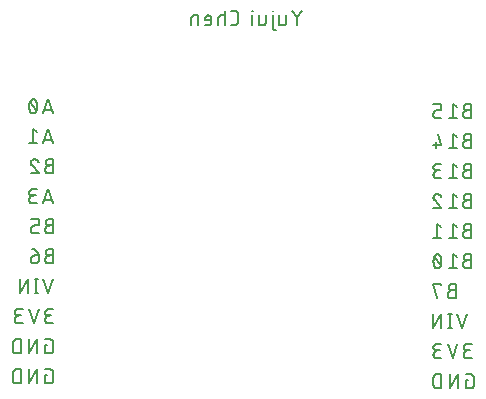
<source format=gbr>
G04 EAGLE Gerber RS-274X export*
G75*
%MOMM*%
%FSLAX34Y34*%
%LPD*%
%INSilkscreen Bottom*%
%IPPOS*%
%AMOC8*
5,1,8,0,0,1.08239X$1,22.5*%
G01*
%ADD10C,0.203200*%


D10*
X86614Y364236D02*
X82550Y376428D01*
X78486Y364236D01*
X79502Y367284D02*
X85598Y367284D01*
X73135Y370332D02*
X73132Y370572D01*
X73124Y370812D01*
X73109Y371051D01*
X73089Y371290D01*
X73064Y371528D01*
X73032Y371766D01*
X72995Y372003D01*
X72952Y372239D01*
X72904Y372474D01*
X72850Y372708D01*
X72791Y372940D01*
X72726Y373171D01*
X72655Y373400D01*
X72579Y373628D01*
X72498Y373853D01*
X72411Y374077D01*
X72319Y374299D01*
X72222Y374518D01*
X72119Y374735D01*
X72085Y374826D01*
X72048Y374916D01*
X72008Y375004D01*
X71965Y375091D01*
X71918Y375176D01*
X71867Y375259D01*
X71814Y375340D01*
X71757Y375419D01*
X71698Y375496D01*
X71635Y375571D01*
X71570Y375642D01*
X71502Y375712D01*
X71431Y375778D01*
X71358Y375842D01*
X71283Y375903D01*
X71205Y375961D01*
X71124Y376016D01*
X71042Y376068D01*
X70958Y376116D01*
X70872Y376162D01*
X70785Y376204D01*
X70695Y376242D01*
X70605Y376277D01*
X70513Y376308D01*
X70420Y376336D01*
X70326Y376361D01*
X70231Y376381D01*
X70135Y376398D01*
X70039Y376411D01*
X69942Y376420D01*
X69845Y376426D01*
X69748Y376428D01*
X69651Y376426D01*
X69554Y376420D01*
X69457Y376411D01*
X69361Y376398D01*
X69265Y376381D01*
X69170Y376361D01*
X69076Y376336D01*
X68983Y376308D01*
X68891Y376277D01*
X68801Y376242D01*
X68711Y376204D01*
X68624Y376162D01*
X68538Y376116D01*
X68454Y376068D01*
X68372Y376016D01*
X68291Y375961D01*
X68213Y375903D01*
X68138Y375842D01*
X68065Y375778D01*
X67994Y375712D01*
X67926Y375642D01*
X67861Y375571D01*
X67798Y375496D01*
X67739Y375419D01*
X67682Y375340D01*
X67629Y375259D01*
X67578Y375176D01*
X67531Y375091D01*
X67488Y375004D01*
X67448Y374916D01*
X67411Y374826D01*
X67377Y374735D01*
X67378Y374735D02*
X67275Y374518D01*
X67178Y374299D01*
X67086Y374077D01*
X66999Y373853D01*
X66918Y373628D01*
X66842Y373400D01*
X66771Y373171D01*
X66706Y372940D01*
X66647Y372708D01*
X66593Y372474D01*
X66545Y372239D01*
X66502Y372003D01*
X66465Y371766D01*
X66433Y371528D01*
X66408Y371290D01*
X66388Y371051D01*
X66373Y370812D01*
X66365Y370572D01*
X66362Y370332D01*
X73135Y370332D02*
X73132Y370092D01*
X73124Y369852D01*
X73109Y369613D01*
X73089Y369374D01*
X73064Y369136D01*
X73032Y368898D01*
X72995Y368661D01*
X72952Y368425D01*
X72904Y368190D01*
X72850Y367956D01*
X72791Y367724D01*
X72726Y367493D01*
X72655Y367264D01*
X72579Y367036D01*
X72498Y366811D01*
X72411Y366587D01*
X72319Y366365D01*
X72222Y366146D01*
X72119Y365929D01*
X72085Y365838D01*
X72048Y365748D01*
X72008Y365660D01*
X71965Y365573D01*
X71918Y365488D01*
X71867Y365405D01*
X71814Y365324D01*
X71757Y365245D01*
X71698Y365168D01*
X71635Y365093D01*
X71570Y365022D01*
X71502Y364952D01*
X71431Y364886D01*
X71358Y364822D01*
X71283Y364761D01*
X71205Y364703D01*
X71124Y364648D01*
X71042Y364596D01*
X70958Y364548D01*
X70872Y364502D01*
X70785Y364460D01*
X70695Y364422D01*
X70605Y364387D01*
X70513Y364356D01*
X70420Y364328D01*
X70326Y364303D01*
X70231Y364283D01*
X70135Y364266D01*
X70039Y364253D01*
X69942Y364244D01*
X69845Y364238D01*
X69748Y364236D01*
X67378Y365929D02*
X67275Y366146D01*
X67178Y366365D01*
X67086Y366587D01*
X66999Y366811D01*
X66918Y367036D01*
X66842Y367264D01*
X66771Y367493D01*
X66706Y367724D01*
X66647Y367956D01*
X66593Y368190D01*
X66545Y368425D01*
X66502Y368661D01*
X66465Y368898D01*
X66433Y369136D01*
X66408Y369374D01*
X66388Y369613D01*
X66373Y369852D01*
X66365Y370092D01*
X66362Y370332D01*
X67377Y365929D02*
X67411Y365838D01*
X67448Y365748D01*
X67488Y365660D01*
X67531Y365573D01*
X67578Y365488D01*
X67629Y365405D01*
X67682Y365324D01*
X67739Y365245D01*
X67798Y365168D01*
X67861Y365093D01*
X67926Y365022D01*
X67994Y364952D01*
X68065Y364886D01*
X68138Y364822D01*
X68213Y364761D01*
X68291Y364703D01*
X68372Y364648D01*
X68454Y364596D01*
X68538Y364548D01*
X68624Y364502D01*
X68711Y364460D01*
X68801Y364422D01*
X68891Y364387D01*
X68983Y364356D01*
X69076Y364328D01*
X69170Y364303D01*
X69265Y364283D01*
X69361Y364266D01*
X69457Y364253D01*
X69554Y364244D01*
X69651Y364238D01*
X69748Y364236D01*
X72458Y366945D02*
X67039Y373719D01*
X82550Y351028D02*
X86614Y338836D01*
X78486Y338836D02*
X82550Y351028D01*
X79502Y341884D02*
X85598Y341884D01*
X73135Y348319D02*
X69748Y351028D01*
X69748Y338836D01*
X66362Y338836D02*
X73135Y338836D01*
X83227Y320209D02*
X86614Y320209D01*
X83227Y320210D02*
X83111Y320208D01*
X82996Y320202D01*
X82881Y320192D01*
X82766Y320178D01*
X82652Y320161D01*
X82538Y320139D01*
X82425Y320114D01*
X82313Y320084D01*
X82202Y320051D01*
X82093Y320014D01*
X81984Y319974D01*
X81878Y319930D01*
X81772Y319882D01*
X81669Y319830D01*
X81567Y319775D01*
X81467Y319717D01*
X81369Y319655D01*
X81274Y319590D01*
X81180Y319522D01*
X81090Y319450D01*
X81001Y319376D01*
X80915Y319298D01*
X80832Y319218D01*
X80752Y319135D01*
X80674Y319049D01*
X80600Y318960D01*
X80528Y318870D01*
X80460Y318776D01*
X80395Y318681D01*
X80333Y318583D01*
X80275Y318483D01*
X80220Y318381D01*
X80168Y318278D01*
X80120Y318172D01*
X80076Y318066D01*
X80036Y317957D01*
X79999Y317848D01*
X79966Y317737D01*
X79936Y317625D01*
X79911Y317512D01*
X79889Y317398D01*
X79872Y317284D01*
X79858Y317169D01*
X79848Y317054D01*
X79842Y316939D01*
X79840Y316823D01*
X79842Y316707D01*
X79848Y316592D01*
X79858Y316477D01*
X79872Y316362D01*
X79889Y316248D01*
X79911Y316134D01*
X79936Y316021D01*
X79966Y315909D01*
X79999Y315798D01*
X80036Y315689D01*
X80076Y315580D01*
X80120Y315474D01*
X80168Y315368D01*
X80220Y315265D01*
X80275Y315163D01*
X80333Y315063D01*
X80395Y314965D01*
X80460Y314870D01*
X80528Y314776D01*
X80600Y314686D01*
X80674Y314597D01*
X80752Y314511D01*
X80832Y314428D01*
X80915Y314348D01*
X81001Y314270D01*
X81090Y314196D01*
X81180Y314124D01*
X81274Y314056D01*
X81369Y313991D01*
X81467Y313929D01*
X81567Y313871D01*
X81669Y313816D01*
X81772Y313764D01*
X81878Y313716D01*
X81984Y313672D01*
X82093Y313632D01*
X82202Y313595D01*
X82313Y313562D01*
X82425Y313532D01*
X82538Y313507D01*
X82652Y313485D01*
X82766Y313468D01*
X82881Y313454D01*
X82996Y313444D01*
X83111Y313438D01*
X83227Y313436D01*
X86614Y313436D01*
X86614Y325628D01*
X83227Y325628D01*
X83124Y325626D01*
X83022Y325620D01*
X82920Y325611D01*
X82818Y325597D01*
X82717Y325580D01*
X82617Y325558D01*
X82518Y325533D01*
X82419Y325505D01*
X82322Y325472D01*
X82226Y325436D01*
X82131Y325397D01*
X82038Y325353D01*
X81947Y325307D01*
X81858Y325256D01*
X81770Y325203D01*
X81685Y325146D01*
X81602Y325086D01*
X81521Y325023D01*
X81442Y324957D01*
X81367Y324888D01*
X81293Y324816D01*
X81223Y324742D01*
X81155Y324665D01*
X81091Y324585D01*
X81029Y324503D01*
X80971Y324419D01*
X80916Y324332D01*
X80864Y324244D01*
X80816Y324153D01*
X80771Y324061D01*
X80729Y323968D01*
X80691Y323872D01*
X80657Y323776D01*
X80626Y323678D01*
X80600Y323579D01*
X80576Y323479D01*
X80557Y323378D01*
X80542Y323277D01*
X80530Y323175D01*
X80522Y323073D01*
X80518Y322970D01*
X80518Y322868D01*
X80522Y322765D01*
X80530Y322663D01*
X80542Y322561D01*
X80557Y322460D01*
X80576Y322359D01*
X80600Y322259D01*
X80626Y322160D01*
X80657Y322062D01*
X80691Y321966D01*
X80729Y321870D01*
X80771Y321777D01*
X80816Y321685D01*
X80864Y321594D01*
X80916Y321506D01*
X80971Y321419D01*
X81029Y321335D01*
X81091Y321253D01*
X81155Y321173D01*
X81223Y321096D01*
X81293Y321022D01*
X81367Y320950D01*
X81442Y320881D01*
X81521Y320815D01*
X81602Y320752D01*
X81685Y320692D01*
X81770Y320635D01*
X81858Y320582D01*
X81947Y320531D01*
X82038Y320485D01*
X82131Y320441D01*
X82226Y320402D01*
X82322Y320366D01*
X82419Y320333D01*
X82518Y320305D01*
X82617Y320280D01*
X82717Y320258D01*
X82818Y320241D01*
X82920Y320227D01*
X83022Y320218D01*
X83124Y320212D01*
X83227Y320210D01*
X70778Y325628D02*
X70669Y325626D01*
X70561Y325620D01*
X70452Y325611D01*
X70344Y325597D01*
X70237Y325580D01*
X70130Y325558D01*
X70024Y325533D01*
X69919Y325505D01*
X69815Y325472D01*
X69713Y325436D01*
X69612Y325396D01*
X69512Y325353D01*
X69414Y325306D01*
X69317Y325255D01*
X69223Y325201D01*
X69130Y325144D01*
X69040Y325084D01*
X68951Y325020D01*
X68865Y324953D01*
X68782Y324884D01*
X68701Y324811D01*
X68623Y324735D01*
X68547Y324657D01*
X68474Y324576D01*
X68405Y324493D01*
X68338Y324407D01*
X68274Y324318D01*
X68214Y324228D01*
X68157Y324135D01*
X68103Y324041D01*
X68052Y323944D01*
X68005Y323846D01*
X67962Y323746D01*
X67922Y323645D01*
X67886Y323543D01*
X67853Y323439D01*
X67825Y323334D01*
X67800Y323228D01*
X67778Y323121D01*
X67761Y323014D01*
X67747Y322906D01*
X67738Y322797D01*
X67732Y322689D01*
X67730Y322580D01*
X70778Y325628D02*
X70901Y325626D01*
X71024Y325620D01*
X71147Y325611D01*
X71269Y325597D01*
X71391Y325580D01*
X71512Y325559D01*
X71633Y325534D01*
X71753Y325505D01*
X71871Y325472D01*
X71989Y325436D01*
X72105Y325396D01*
X72221Y325353D01*
X72334Y325305D01*
X72447Y325255D01*
X72557Y325201D01*
X72666Y325143D01*
X72773Y325082D01*
X72878Y325017D01*
X72981Y324950D01*
X73081Y324879D01*
X73180Y324805D01*
X73276Y324728D01*
X73369Y324648D01*
X73460Y324565D01*
X73549Y324479D01*
X73634Y324391D01*
X73717Y324300D01*
X73797Y324206D01*
X73874Y324110D01*
X73948Y324011D01*
X74018Y323911D01*
X74086Y323808D01*
X74150Y323703D01*
X74211Y323596D01*
X74269Y323487D01*
X74323Y323376D01*
X74373Y323264D01*
X74420Y323150D01*
X74464Y323035D01*
X74503Y322919D01*
X68746Y320209D02*
X68667Y320287D01*
X68591Y320367D01*
X68518Y320449D01*
X68448Y320535D01*
X68380Y320622D01*
X68315Y320712D01*
X68254Y320803D01*
X68196Y320897D01*
X68140Y320993D01*
X68089Y321090D01*
X68040Y321190D01*
X67995Y321290D01*
X67953Y321393D01*
X67915Y321496D01*
X67880Y321601D01*
X67849Y321707D01*
X67821Y321814D01*
X67797Y321922D01*
X67776Y322030D01*
X67760Y322139D01*
X67747Y322249D01*
X67737Y322359D01*
X67732Y322470D01*
X67730Y322580D01*
X68746Y320209D02*
X74503Y313436D01*
X67730Y313436D01*
X82550Y300228D02*
X86614Y288036D01*
X78486Y288036D02*
X82550Y300228D01*
X79502Y291084D02*
X85598Y291084D01*
X73135Y288036D02*
X69748Y288036D01*
X69632Y288038D01*
X69517Y288044D01*
X69402Y288054D01*
X69287Y288068D01*
X69173Y288085D01*
X69059Y288107D01*
X68946Y288132D01*
X68834Y288162D01*
X68723Y288195D01*
X68614Y288232D01*
X68505Y288272D01*
X68399Y288316D01*
X68293Y288364D01*
X68190Y288416D01*
X68088Y288471D01*
X67988Y288529D01*
X67890Y288591D01*
X67795Y288656D01*
X67701Y288724D01*
X67611Y288796D01*
X67522Y288870D01*
X67436Y288948D01*
X67353Y289028D01*
X67273Y289111D01*
X67195Y289197D01*
X67121Y289286D01*
X67049Y289376D01*
X66981Y289470D01*
X66916Y289565D01*
X66854Y289663D01*
X66796Y289763D01*
X66741Y289865D01*
X66689Y289968D01*
X66641Y290074D01*
X66597Y290180D01*
X66557Y290289D01*
X66520Y290398D01*
X66487Y290509D01*
X66457Y290621D01*
X66432Y290734D01*
X66410Y290848D01*
X66393Y290962D01*
X66379Y291077D01*
X66369Y291192D01*
X66363Y291307D01*
X66361Y291423D01*
X66363Y291539D01*
X66369Y291654D01*
X66379Y291769D01*
X66393Y291884D01*
X66410Y291998D01*
X66432Y292112D01*
X66457Y292225D01*
X66487Y292337D01*
X66520Y292448D01*
X66557Y292557D01*
X66597Y292666D01*
X66641Y292772D01*
X66689Y292878D01*
X66741Y292981D01*
X66796Y293083D01*
X66854Y293183D01*
X66916Y293281D01*
X66981Y293376D01*
X67049Y293470D01*
X67121Y293560D01*
X67195Y293649D01*
X67273Y293735D01*
X67353Y293818D01*
X67436Y293898D01*
X67522Y293976D01*
X67611Y294050D01*
X67701Y294122D01*
X67795Y294190D01*
X67890Y294255D01*
X67988Y294317D01*
X68088Y294375D01*
X68190Y294430D01*
X68293Y294482D01*
X68399Y294530D01*
X68505Y294574D01*
X68614Y294614D01*
X68723Y294651D01*
X68834Y294684D01*
X68946Y294714D01*
X69059Y294739D01*
X69173Y294761D01*
X69287Y294778D01*
X69402Y294792D01*
X69517Y294802D01*
X69632Y294808D01*
X69748Y294810D01*
X69071Y300228D02*
X73135Y300228D01*
X69071Y300228D02*
X68968Y300226D01*
X68866Y300220D01*
X68764Y300211D01*
X68662Y300197D01*
X68561Y300180D01*
X68461Y300158D01*
X68362Y300133D01*
X68263Y300105D01*
X68166Y300072D01*
X68070Y300036D01*
X67975Y299997D01*
X67882Y299953D01*
X67791Y299907D01*
X67702Y299856D01*
X67614Y299803D01*
X67529Y299746D01*
X67446Y299686D01*
X67365Y299623D01*
X67286Y299557D01*
X67211Y299488D01*
X67137Y299416D01*
X67067Y299342D01*
X66999Y299265D01*
X66935Y299185D01*
X66873Y299103D01*
X66815Y299019D01*
X66760Y298932D01*
X66708Y298844D01*
X66660Y298753D01*
X66615Y298661D01*
X66573Y298568D01*
X66535Y298472D01*
X66501Y298376D01*
X66470Y298278D01*
X66444Y298179D01*
X66420Y298079D01*
X66401Y297978D01*
X66386Y297877D01*
X66374Y297775D01*
X66366Y297673D01*
X66362Y297570D01*
X66362Y297468D01*
X66366Y297365D01*
X66374Y297263D01*
X66386Y297161D01*
X66401Y297060D01*
X66420Y296959D01*
X66444Y296859D01*
X66470Y296760D01*
X66501Y296662D01*
X66535Y296566D01*
X66573Y296470D01*
X66615Y296377D01*
X66660Y296285D01*
X66708Y296194D01*
X66760Y296106D01*
X66815Y296019D01*
X66873Y295935D01*
X66935Y295853D01*
X66999Y295773D01*
X67067Y295696D01*
X67137Y295622D01*
X67211Y295550D01*
X67286Y295481D01*
X67365Y295415D01*
X67446Y295352D01*
X67529Y295292D01*
X67614Y295235D01*
X67702Y295182D01*
X67791Y295131D01*
X67882Y295085D01*
X67975Y295041D01*
X68070Y295002D01*
X68166Y294966D01*
X68263Y294933D01*
X68362Y294905D01*
X68461Y294880D01*
X68561Y294858D01*
X68662Y294841D01*
X68764Y294827D01*
X68866Y294818D01*
X68968Y294812D01*
X69071Y294810D01*
X69071Y294809D02*
X71780Y294809D01*
X83227Y269409D02*
X86614Y269409D01*
X83227Y269410D02*
X83111Y269408D01*
X82996Y269402D01*
X82881Y269392D01*
X82766Y269378D01*
X82652Y269361D01*
X82538Y269339D01*
X82425Y269314D01*
X82313Y269284D01*
X82202Y269251D01*
X82093Y269214D01*
X81984Y269174D01*
X81878Y269130D01*
X81772Y269082D01*
X81669Y269030D01*
X81567Y268975D01*
X81467Y268917D01*
X81369Y268855D01*
X81274Y268790D01*
X81180Y268722D01*
X81090Y268650D01*
X81001Y268576D01*
X80915Y268498D01*
X80832Y268418D01*
X80752Y268335D01*
X80674Y268249D01*
X80600Y268160D01*
X80528Y268070D01*
X80460Y267976D01*
X80395Y267881D01*
X80333Y267783D01*
X80275Y267683D01*
X80220Y267581D01*
X80168Y267478D01*
X80120Y267372D01*
X80076Y267266D01*
X80036Y267157D01*
X79999Y267048D01*
X79966Y266937D01*
X79936Y266825D01*
X79911Y266712D01*
X79889Y266598D01*
X79872Y266484D01*
X79858Y266369D01*
X79848Y266254D01*
X79842Y266139D01*
X79840Y266023D01*
X79842Y265907D01*
X79848Y265792D01*
X79858Y265677D01*
X79872Y265562D01*
X79889Y265448D01*
X79911Y265334D01*
X79936Y265221D01*
X79966Y265109D01*
X79999Y264998D01*
X80036Y264889D01*
X80076Y264780D01*
X80120Y264674D01*
X80168Y264568D01*
X80220Y264465D01*
X80275Y264363D01*
X80333Y264263D01*
X80395Y264165D01*
X80460Y264070D01*
X80528Y263976D01*
X80600Y263886D01*
X80674Y263797D01*
X80752Y263711D01*
X80832Y263628D01*
X80915Y263548D01*
X81001Y263470D01*
X81090Y263396D01*
X81180Y263324D01*
X81274Y263256D01*
X81369Y263191D01*
X81467Y263129D01*
X81567Y263071D01*
X81669Y263016D01*
X81772Y262964D01*
X81878Y262916D01*
X81984Y262872D01*
X82093Y262832D01*
X82202Y262795D01*
X82313Y262762D01*
X82425Y262732D01*
X82538Y262707D01*
X82652Y262685D01*
X82766Y262668D01*
X82881Y262654D01*
X82996Y262644D01*
X83111Y262638D01*
X83227Y262636D01*
X86614Y262636D01*
X86614Y274828D01*
X83227Y274828D01*
X83124Y274826D01*
X83022Y274820D01*
X82920Y274811D01*
X82818Y274797D01*
X82717Y274780D01*
X82617Y274758D01*
X82518Y274733D01*
X82419Y274705D01*
X82322Y274672D01*
X82226Y274636D01*
X82131Y274597D01*
X82038Y274553D01*
X81947Y274507D01*
X81858Y274456D01*
X81770Y274403D01*
X81685Y274346D01*
X81602Y274286D01*
X81521Y274223D01*
X81442Y274157D01*
X81367Y274088D01*
X81293Y274016D01*
X81223Y273942D01*
X81155Y273865D01*
X81091Y273785D01*
X81029Y273703D01*
X80971Y273619D01*
X80916Y273532D01*
X80864Y273444D01*
X80816Y273353D01*
X80771Y273261D01*
X80729Y273168D01*
X80691Y273072D01*
X80657Y272976D01*
X80626Y272878D01*
X80600Y272779D01*
X80576Y272679D01*
X80557Y272578D01*
X80542Y272477D01*
X80530Y272375D01*
X80522Y272273D01*
X80518Y272170D01*
X80518Y272068D01*
X80522Y271965D01*
X80530Y271863D01*
X80542Y271761D01*
X80557Y271660D01*
X80576Y271559D01*
X80600Y271459D01*
X80626Y271360D01*
X80657Y271262D01*
X80691Y271166D01*
X80729Y271070D01*
X80771Y270977D01*
X80816Y270885D01*
X80864Y270794D01*
X80916Y270706D01*
X80971Y270619D01*
X81029Y270535D01*
X81091Y270453D01*
X81155Y270373D01*
X81223Y270296D01*
X81293Y270222D01*
X81367Y270150D01*
X81442Y270081D01*
X81521Y270015D01*
X81602Y269952D01*
X81685Y269892D01*
X81770Y269835D01*
X81858Y269782D01*
X81947Y269731D01*
X82038Y269685D01*
X82131Y269641D01*
X82226Y269602D01*
X82322Y269566D01*
X82419Y269533D01*
X82518Y269505D01*
X82617Y269480D01*
X82717Y269458D01*
X82818Y269441D01*
X82920Y269427D01*
X83022Y269418D01*
X83124Y269412D01*
X83227Y269410D01*
X74503Y262636D02*
X70439Y262636D01*
X70338Y262638D01*
X70237Y262644D01*
X70136Y262653D01*
X70035Y262666D01*
X69935Y262683D01*
X69836Y262704D01*
X69738Y262728D01*
X69641Y262756D01*
X69544Y262788D01*
X69449Y262823D01*
X69356Y262862D01*
X69264Y262904D01*
X69173Y262950D01*
X69085Y262999D01*
X68998Y263051D01*
X68913Y263107D01*
X68830Y263165D01*
X68750Y263227D01*
X68672Y263292D01*
X68596Y263359D01*
X68523Y263429D01*
X68453Y263502D01*
X68386Y263578D01*
X68321Y263656D01*
X68259Y263736D01*
X68201Y263819D01*
X68145Y263904D01*
X68093Y263991D01*
X68044Y264079D01*
X67998Y264170D01*
X67956Y264262D01*
X67917Y264355D01*
X67882Y264450D01*
X67850Y264547D01*
X67822Y264644D01*
X67798Y264742D01*
X67777Y264841D01*
X67760Y264941D01*
X67747Y265042D01*
X67738Y265143D01*
X67732Y265244D01*
X67730Y265345D01*
X67730Y266700D01*
X67732Y266801D01*
X67738Y266902D01*
X67747Y267003D01*
X67760Y267104D01*
X67777Y267204D01*
X67798Y267303D01*
X67822Y267401D01*
X67850Y267498D01*
X67882Y267595D01*
X67917Y267690D01*
X67956Y267783D01*
X67998Y267875D01*
X68044Y267966D01*
X68093Y268055D01*
X68145Y268141D01*
X68201Y268226D01*
X68259Y268309D01*
X68321Y268389D01*
X68386Y268467D01*
X68453Y268543D01*
X68523Y268616D01*
X68596Y268686D01*
X68672Y268753D01*
X68750Y268818D01*
X68830Y268880D01*
X68913Y268938D01*
X68998Y268994D01*
X69085Y269046D01*
X69173Y269095D01*
X69264Y269141D01*
X69356Y269183D01*
X69449Y269222D01*
X69544Y269257D01*
X69641Y269289D01*
X69738Y269317D01*
X69836Y269341D01*
X69935Y269362D01*
X70035Y269379D01*
X70136Y269392D01*
X70237Y269401D01*
X70338Y269407D01*
X70439Y269409D01*
X74503Y269409D01*
X74503Y274828D01*
X67730Y274828D01*
X83227Y244009D02*
X86614Y244009D01*
X83227Y244010D02*
X83111Y244008D01*
X82996Y244002D01*
X82881Y243992D01*
X82766Y243978D01*
X82652Y243961D01*
X82538Y243939D01*
X82425Y243914D01*
X82313Y243884D01*
X82202Y243851D01*
X82093Y243814D01*
X81984Y243774D01*
X81878Y243730D01*
X81772Y243682D01*
X81669Y243630D01*
X81567Y243575D01*
X81467Y243517D01*
X81369Y243455D01*
X81274Y243390D01*
X81180Y243322D01*
X81090Y243250D01*
X81001Y243176D01*
X80915Y243098D01*
X80832Y243018D01*
X80752Y242935D01*
X80674Y242849D01*
X80600Y242760D01*
X80528Y242670D01*
X80460Y242576D01*
X80395Y242481D01*
X80333Y242383D01*
X80275Y242283D01*
X80220Y242181D01*
X80168Y242078D01*
X80120Y241972D01*
X80076Y241866D01*
X80036Y241757D01*
X79999Y241648D01*
X79966Y241537D01*
X79936Y241425D01*
X79911Y241312D01*
X79889Y241198D01*
X79872Y241084D01*
X79858Y240969D01*
X79848Y240854D01*
X79842Y240739D01*
X79840Y240623D01*
X79842Y240507D01*
X79848Y240392D01*
X79858Y240277D01*
X79872Y240162D01*
X79889Y240048D01*
X79911Y239934D01*
X79936Y239821D01*
X79966Y239709D01*
X79999Y239598D01*
X80036Y239489D01*
X80076Y239380D01*
X80120Y239274D01*
X80168Y239168D01*
X80220Y239065D01*
X80275Y238963D01*
X80333Y238863D01*
X80395Y238765D01*
X80460Y238670D01*
X80528Y238576D01*
X80600Y238486D01*
X80674Y238397D01*
X80752Y238311D01*
X80832Y238228D01*
X80915Y238148D01*
X81001Y238070D01*
X81090Y237996D01*
X81180Y237924D01*
X81274Y237856D01*
X81369Y237791D01*
X81467Y237729D01*
X81567Y237671D01*
X81669Y237616D01*
X81772Y237564D01*
X81878Y237516D01*
X81984Y237472D01*
X82093Y237432D01*
X82202Y237395D01*
X82313Y237362D01*
X82425Y237332D01*
X82538Y237307D01*
X82652Y237285D01*
X82766Y237268D01*
X82881Y237254D01*
X82996Y237244D01*
X83111Y237238D01*
X83227Y237236D01*
X86614Y237236D01*
X86614Y249428D01*
X83227Y249428D01*
X83124Y249426D01*
X83022Y249420D01*
X82920Y249411D01*
X82818Y249397D01*
X82717Y249380D01*
X82617Y249358D01*
X82518Y249333D01*
X82419Y249305D01*
X82322Y249272D01*
X82226Y249236D01*
X82131Y249197D01*
X82038Y249153D01*
X81947Y249107D01*
X81858Y249056D01*
X81770Y249003D01*
X81685Y248946D01*
X81602Y248886D01*
X81521Y248823D01*
X81442Y248757D01*
X81367Y248688D01*
X81293Y248616D01*
X81223Y248542D01*
X81155Y248465D01*
X81091Y248385D01*
X81029Y248303D01*
X80971Y248219D01*
X80916Y248132D01*
X80864Y248044D01*
X80816Y247953D01*
X80771Y247861D01*
X80729Y247768D01*
X80691Y247672D01*
X80657Y247576D01*
X80626Y247478D01*
X80600Y247379D01*
X80576Y247279D01*
X80557Y247178D01*
X80542Y247077D01*
X80530Y246975D01*
X80522Y246873D01*
X80518Y246770D01*
X80518Y246668D01*
X80522Y246565D01*
X80530Y246463D01*
X80542Y246361D01*
X80557Y246260D01*
X80576Y246159D01*
X80600Y246059D01*
X80626Y245960D01*
X80657Y245862D01*
X80691Y245766D01*
X80729Y245670D01*
X80771Y245577D01*
X80816Y245485D01*
X80864Y245394D01*
X80916Y245306D01*
X80971Y245219D01*
X81029Y245135D01*
X81091Y245053D01*
X81155Y244973D01*
X81223Y244896D01*
X81293Y244822D01*
X81367Y244750D01*
X81442Y244681D01*
X81521Y244615D01*
X81602Y244552D01*
X81685Y244492D01*
X81770Y244435D01*
X81858Y244382D01*
X81947Y244331D01*
X82038Y244285D01*
X82131Y244241D01*
X82226Y244202D01*
X82322Y244166D01*
X82419Y244133D01*
X82518Y244105D01*
X82617Y244080D01*
X82717Y244058D01*
X82818Y244041D01*
X82920Y244027D01*
X83022Y244018D01*
X83124Y244012D01*
X83227Y244010D01*
X74503Y244009D02*
X70439Y244009D01*
X70338Y244007D01*
X70237Y244001D01*
X70136Y243992D01*
X70035Y243979D01*
X69935Y243962D01*
X69836Y243941D01*
X69738Y243917D01*
X69641Y243889D01*
X69544Y243857D01*
X69449Y243822D01*
X69356Y243783D01*
X69264Y243741D01*
X69173Y243695D01*
X69085Y243646D01*
X68998Y243594D01*
X68913Y243538D01*
X68830Y243480D01*
X68750Y243418D01*
X68672Y243353D01*
X68596Y243286D01*
X68523Y243216D01*
X68453Y243143D01*
X68386Y243067D01*
X68321Y242989D01*
X68259Y242909D01*
X68201Y242826D01*
X68145Y242741D01*
X68093Y242655D01*
X68044Y242566D01*
X67998Y242475D01*
X67956Y242383D01*
X67917Y242290D01*
X67882Y242195D01*
X67850Y242098D01*
X67822Y242001D01*
X67798Y241903D01*
X67777Y241804D01*
X67760Y241704D01*
X67747Y241603D01*
X67738Y241502D01*
X67732Y241401D01*
X67730Y241300D01*
X67730Y240623D01*
X67732Y240507D01*
X67738Y240392D01*
X67748Y240277D01*
X67762Y240162D01*
X67779Y240048D01*
X67801Y239934D01*
X67826Y239821D01*
X67856Y239709D01*
X67889Y239598D01*
X67926Y239489D01*
X67966Y239380D01*
X68010Y239274D01*
X68058Y239168D01*
X68110Y239065D01*
X68165Y238963D01*
X68223Y238863D01*
X68285Y238765D01*
X68350Y238670D01*
X68418Y238576D01*
X68490Y238486D01*
X68564Y238397D01*
X68642Y238311D01*
X68722Y238228D01*
X68805Y238148D01*
X68891Y238070D01*
X68980Y237996D01*
X69070Y237924D01*
X69164Y237856D01*
X69259Y237791D01*
X69357Y237729D01*
X69457Y237671D01*
X69559Y237616D01*
X69662Y237564D01*
X69768Y237516D01*
X69874Y237472D01*
X69983Y237432D01*
X70092Y237395D01*
X70203Y237362D01*
X70315Y237332D01*
X70428Y237307D01*
X70542Y237285D01*
X70656Y237268D01*
X70771Y237254D01*
X70886Y237244D01*
X71001Y237238D01*
X71117Y237236D01*
X71233Y237238D01*
X71348Y237244D01*
X71463Y237254D01*
X71578Y237268D01*
X71692Y237285D01*
X71806Y237307D01*
X71919Y237332D01*
X72031Y237362D01*
X72142Y237395D01*
X72251Y237432D01*
X72360Y237472D01*
X72466Y237516D01*
X72572Y237564D01*
X72675Y237616D01*
X72777Y237671D01*
X72877Y237729D01*
X72975Y237791D01*
X73070Y237856D01*
X73164Y237924D01*
X73254Y237996D01*
X73343Y238070D01*
X73429Y238148D01*
X73512Y238228D01*
X73592Y238311D01*
X73670Y238397D01*
X73744Y238486D01*
X73816Y238576D01*
X73884Y238670D01*
X73949Y238765D01*
X74011Y238863D01*
X74069Y238963D01*
X74124Y239065D01*
X74176Y239168D01*
X74224Y239274D01*
X74268Y239380D01*
X74308Y239489D01*
X74345Y239598D01*
X74378Y239709D01*
X74408Y239821D01*
X74433Y239934D01*
X74455Y240048D01*
X74472Y240162D01*
X74486Y240277D01*
X74496Y240392D01*
X74502Y240507D01*
X74504Y240623D01*
X74503Y240623D02*
X74503Y244009D01*
X74504Y244009D02*
X74502Y244156D01*
X74496Y244302D01*
X74486Y244449D01*
X74472Y244595D01*
X74454Y244741D01*
X74433Y244886D01*
X74407Y245030D01*
X74377Y245174D01*
X74344Y245317D01*
X74306Y245459D01*
X74265Y245600D01*
X74220Y245739D01*
X74172Y245878D01*
X74119Y246015D01*
X74063Y246150D01*
X74003Y246284D01*
X73940Y246417D01*
X73873Y246547D01*
X73802Y246676D01*
X73728Y246803D01*
X73651Y246927D01*
X73570Y247050D01*
X73486Y247170D01*
X73399Y247288D01*
X73309Y247404D01*
X73215Y247517D01*
X73119Y247628D01*
X73019Y247736D01*
X72917Y247841D01*
X72812Y247943D01*
X72704Y248043D01*
X72593Y248139D01*
X72480Y248233D01*
X72364Y248323D01*
X72246Y248410D01*
X72126Y248494D01*
X72004Y248575D01*
X71879Y248652D01*
X71752Y248726D01*
X71623Y248797D01*
X71493Y248864D01*
X71360Y248927D01*
X71226Y248987D01*
X71091Y249043D01*
X70954Y249096D01*
X70815Y249144D01*
X70676Y249189D01*
X70535Y249230D01*
X70393Y249268D01*
X70250Y249301D01*
X70106Y249331D01*
X69962Y249357D01*
X69817Y249378D01*
X69671Y249396D01*
X69525Y249410D01*
X69378Y249420D01*
X69232Y249426D01*
X69085Y249428D01*
X86614Y224028D02*
X82550Y211836D01*
X78486Y224028D01*
X72309Y224028D02*
X72309Y211836D01*
X73663Y211836D02*
X70954Y211836D01*
X70954Y224028D02*
X73663Y224028D01*
X65027Y224028D02*
X65027Y211836D01*
X58254Y211836D02*
X65027Y224028D01*
X58254Y224028D02*
X58254Y211836D01*
X83227Y186436D02*
X86614Y186436D01*
X83227Y186436D02*
X83111Y186438D01*
X82996Y186444D01*
X82881Y186454D01*
X82766Y186468D01*
X82652Y186485D01*
X82538Y186507D01*
X82425Y186532D01*
X82313Y186562D01*
X82202Y186595D01*
X82093Y186632D01*
X81984Y186672D01*
X81878Y186716D01*
X81772Y186764D01*
X81669Y186816D01*
X81567Y186871D01*
X81467Y186929D01*
X81369Y186991D01*
X81274Y187056D01*
X81180Y187124D01*
X81090Y187196D01*
X81001Y187270D01*
X80915Y187348D01*
X80832Y187428D01*
X80752Y187511D01*
X80674Y187597D01*
X80600Y187686D01*
X80528Y187776D01*
X80460Y187870D01*
X80395Y187965D01*
X80333Y188063D01*
X80275Y188163D01*
X80220Y188265D01*
X80168Y188368D01*
X80120Y188474D01*
X80076Y188580D01*
X80036Y188689D01*
X79999Y188798D01*
X79966Y188909D01*
X79936Y189021D01*
X79911Y189134D01*
X79889Y189248D01*
X79872Y189362D01*
X79858Y189477D01*
X79848Y189592D01*
X79842Y189707D01*
X79840Y189823D01*
X79842Y189939D01*
X79848Y190054D01*
X79858Y190169D01*
X79872Y190284D01*
X79889Y190398D01*
X79911Y190512D01*
X79936Y190625D01*
X79966Y190737D01*
X79999Y190848D01*
X80036Y190957D01*
X80076Y191066D01*
X80120Y191172D01*
X80168Y191278D01*
X80220Y191381D01*
X80275Y191483D01*
X80333Y191583D01*
X80395Y191681D01*
X80460Y191776D01*
X80528Y191870D01*
X80600Y191960D01*
X80674Y192049D01*
X80752Y192135D01*
X80832Y192218D01*
X80915Y192298D01*
X81001Y192376D01*
X81090Y192450D01*
X81180Y192522D01*
X81274Y192590D01*
X81369Y192655D01*
X81467Y192717D01*
X81567Y192775D01*
X81669Y192830D01*
X81772Y192882D01*
X81878Y192930D01*
X81984Y192974D01*
X82093Y193014D01*
X82202Y193051D01*
X82313Y193084D01*
X82425Y193114D01*
X82538Y193139D01*
X82652Y193161D01*
X82766Y193178D01*
X82881Y193192D01*
X82996Y193202D01*
X83111Y193208D01*
X83227Y193210D01*
X82550Y198628D02*
X86614Y198628D01*
X82550Y198628D02*
X82447Y198626D01*
X82345Y198620D01*
X82243Y198611D01*
X82141Y198597D01*
X82040Y198580D01*
X81940Y198558D01*
X81841Y198533D01*
X81742Y198505D01*
X81645Y198472D01*
X81549Y198436D01*
X81454Y198397D01*
X81361Y198353D01*
X81270Y198307D01*
X81181Y198256D01*
X81093Y198203D01*
X81008Y198146D01*
X80925Y198086D01*
X80844Y198023D01*
X80765Y197957D01*
X80690Y197888D01*
X80616Y197816D01*
X80546Y197742D01*
X80478Y197665D01*
X80414Y197585D01*
X80352Y197503D01*
X80294Y197419D01*
X80239Y197332D01*
X80187Y197244D01*
X80139Y197153D01*
X80094Y197061D01*
X80052Y196968D01*
X80014Y196872D01*
X79980Y196776D01*
X79949Y196678D01*
X79923Y196579D01*
X79899Y196479D01*
X79880Y196378D01*
X79865Y196277D01*
X79853Y196175D01*
X79845Y196073D01*
X79841Y195970D01*
X79841Y195868D01*
X79845Y195765D01*
X79853Y195663D01*
X79865Y195561D01*
X79880Y195460D01*
X79899Y195359D01*
X79923Y195259D01*
X79949Y195160D01*
X79980Y195062D01*
X80014Y194966D01*
X80052Y194870D01*
X80094Y194777D01*
X80139Y194685D01*
X80187Y194594D01*
X80239Y194506D01*
X80294Y194419D01*
X80352Y194335D01*
X80414Y194253D01*
X80478Y194173D01*
X80546Y194096D01*
X80616Y194022D01*
X80690Y193950D01*
X80765Y193881D01*
X80844Y193815D01*
X80925Y193752D01*
X81008Y193692D01*
X81093Y193635D01*
X81181Y193582D01*
X81270Y193531D01*
X81361Y193485D01*
X81454Y193441D01*
X81549Y193402D01*
X81645Y193366D01*
X81742Y193333D01*
X81841Y193305D01*
X81940Y193280D01*
X82040Y193258D01*
X82141Y193241D01*
X82243Y193227D01*
X82345Y193218D01*
X82447Y193212D01*
X82550Y193210D01*
X82550Y193209D02*
X85259Y193209D01*
X74490Y198628D02*
X70426Y186436D01*
X66362Y198628D01*
X61011Y186436D02*
X57624Y186436D01*
X57508Y186438D01*
X57393Y186444D01*
X57278Y186454D01*
X57163Y186468D01*
X57049Y186485D01*
X56935Y186507D01*
X56822Y186532D01*
X56710Y186562D01*
X56599Y186595D01*
X56490Y186632D01*
X56381Y186672D01*
X56275Y186716D01*
X56169Y186764D01*
X56066Y186816D01*
X55964Y186871D01*
X55864Y186929D01*
X55766Y186991D01*
X55671Y187056D01*
X55577Y187124D01*
X55487Y187196D01*
X55398Y187270D01*
X55312Y187348D01*
X55229Y187428D01*
X55149Y187511D01*
X55071Y187597D01*
X54997Y187686D01*
X54925Y187776D01*
X54857Y187870D01*
X54792Y187965D01*
X54730Y188063D01*
X54672Y188163D01*
X54617Y188265D01*
X54565Y188368D01*
X54517Y188474D01*
X54473Y188580D01*
X54433Y188689D01*
X54396Y188798D01*
X54363Y188909D01*
X54333Y189021D01*
X54308Y189134D01*
X54286Y189248D01*
X54269Y189362D01*
X54255Y189477D01*
X54245Y189592D01*
X54239Y189707D01*
X54237Y189823D01*
X54239Y189939D01*
X54245Y190054D01*
X54255Y190169D01*
X54269Y190284D01*
X54286Y190398D01*
X54308Y190512D01*
X54333Y190625D01*
X54363Y190737D01*
X54396Y190848D01*
X54433Y190957D01*
X54473Y191066D01*
X54517Y191172D01*
X54565Y191278D01*
X54617Y191381D01*
X54672Y191483D01*
X54730Y191583D01*
X54792Y191681D01*
X54857Y191776D01*
X54925Y191870D01*
X54997Y191960D01*
X55071Y192049D01*
X55149Y192135D01*
X55229Y192218D01*
X55312Y192298D01*
X55398Y192376D01*
X55487Y192450D01*
X55577Y192522D01*
X55671Y192590D01*
X55766Y192655D01*
X55864Y192717D01*
X55964Y192775D01*
X56066Y192830D01*
X56169Y192882D01*
X56275Y192930D01*
X56381Y192974D01*
X56490Y193014D01*
X56599Y193051D01*
X56710Y193084D01*
X56822Y193114D01*
X56935Y193139D01*
X57049Y193161D01*
X57163Y193178D01*
X57278Y193192D01*
X57393Y193202D01*
X57508Y193208D01*
X57624Y193210D01*
X56947Y198628D02*
X61011Y198628D01*
X56947Y198628D02*
X56844Y198626D01*
X56742Y198620D01*
X56640Y198611D01*
X56538Y198597D01*
X56437Y198580D01*
X56337Y198558D01*
X56238Y198533D01*
X56139Y198505D01*
X56042Y198472D01*
X55946Y198436D01*
X55851Y198397D01*
X55758Y198353D01*
X55667Y198307D01*
X55578Y198256D01*
X55490Y198203D01*
X55405Y198146D01*
X55322Y198086D01*
X55241Y198023D01*
X55162Y197957D01*
X55087Y197888D01*
X55013Y197816D01*
X54943Y197742D01*
X54875Y197665D01*
X54811Y197585D01*
X54749Y197503D01*
X54691Y197419D01*
X54636Y197332D01*
X54584Y197244D01*
X54536Y197153D01*
X54491Y197061D01*
X54449Y196968D01*
X54411Y196872D01*
X54377Y196776D01*
X54346Y196678D01*
X54320Y196579D01*
X54296Y196479D01*
X54277Y196378D01*
X54262Y196277D01*
X54250Y196175D01*
X54242Y196073D01*
X54238Y195970D01*
X54238Y195868D01*
X54242Y195765D01*
X54250Y195663D01*
X54262Y195561D01*
X54277Y195460D01*
X54296Y195359D01*
X54320Y195259D01*
X54346Y195160D01*
X54377Y195062D01*
X54411Y194966D01*
X54449Y194870D01*
X54491Y194777D01*
X54536Y194685D01*
X54584Y194594D01*
X54636Y194506D01*
X54691Y194419D01*
X54749Y194335D01*
X54811Y194253D01*
X54875Y194173D01*
X54943Y194096D01*
X55013Y194022D01*
X55087Y193950D01*
X55162Y193881D01*
X55241Y193815D01*
X55322Y193752D01*
X55405Y193692D01*
X55490Y193635D01*
X55578Y193582D01*
X55667Y193531D01*
X55758Y193485D01*
X55851Y193441D01*
X55946Y193402D01*
X56042Y193366D01*
X56139Y193333D01*
X56238Y193305D01*
X56337Y193280D01*
X56437Y193258D01*
X56538Y193241D01*
X56640Y193227D01*
X56742Y193218D01*
X56844Y193212D01*
X56947Y193210D01*
X56947Y193209D02*
X59656Y193209D01*
X79841Y167809D02*
X81873Y167809D01*
X79841Y167809D02*
X79841Y161036D01*
X83905Y161036D01*
X84006Y161038D01*
X84107Y161044D01*
X84208Y161053D01*
X84309Y161066D01*
X84409Y161083D01*
X84508Y161104D01*
X84606Y161128D01*
X84703Y161156D01*
X84800Y161188D01*
X84895Y161223D01*
X84988Y161262D01*
X85080Y161304D01*
X85171Y161350D01*
X85259Y161399D01*
X85346Y161451D01*
X85431Y161507D01*
X85514Y161565D01*
X85594Y161627D01*
X85672Y161692D01*
X85748Y161759D01*
X85821Y161829D01*
X85891Y161902D01*
X85958Y161978D01*
X86023Y162056D01*
X86085Y162136D01*
X86143Y162219D01*
X86199Y162304D01*
X86251Y162390D01*
X86300Y162479D01*
X86346Y162570D01*
X86388Y162662D01*
X86427Y162755D01*
X86462Y162850D01*
X86494Y162947D01*
X86522Y163044D01*
X86546Y163142D01*
X86567Y163241D01*
X86584Y163341D01*
X86597Y163442D01*
X86606Y163543D01*
X86612Y163644D01*
X86614Y163745D01*
X86614Y170519D01*
X86612Y170620D01*
X86606Y170721D01*
X86597Y170822D01*
X86584Y170923D01*
X86567Y171023D01*
X86546Y171122D01*
X86522Y171220D01*
X86494Y171317D01*
X86462Y171414D01*
X86427Y171509D01*
X86388Y171602D01*
X86346Y171694D01*
X86300Y171785D01*
X86251Y171874D01*
X86199Y171960D01*
X86143Y172045D01*
X86085Y172128D01*
X86023Y172208D01*
X85958Y172286D01*
X85891Y172362D01*
X85821Y172435D01*
X85748Y172505D01*
X85672Y172572D01*
X85594Y172637D01*
X85514Y172699D01*
X85431Y172757D01*
X85346Y172813D01*
X85260Y172865D01*
X85171Y172914D01*
X85080Y172960D01*
X84988Y173002D01*
X84895Y173041D01*
X84800Y173076D01*
X84703Y173108D01*
X84606Y173136D01*
X84508Y173160D01*
X84409Y173181D01*
X84309Y173198D01*
X84208Y173211D01*
X84107Y173220D01*
X84006Y173226D01*
X83905Y173228D01*
X79841Y173228D01*
X72959Y173228D02*
X72959Y161036D01*
X66186Y161036D02*
X72959Y173228D01*
X66186Y173228D02*
X66186Y161036D01*
X59304Y161036D02*
X59304Y173228D01*
X55917Y173228D01*
X55801Y173226D01*
X55686Y173220D01*
X55571Y173210D01*
X55456Y173196D01*
X55342Y173179D01*
X55228Y173157D01*
X55115Y173132D01*
X55003Y173102D01*
X54892Y173069D01*
X54783Y173032D01*
X54674Y172992D01*
X54568Y172948D01*
X54462Y172900D01*
X54359Y172848D01*
X54257Y172793D01*
X54157Y172735D01*
X54059Y172673D01*
X53964Y172608D01*
X53870Y172540D01*
X53780Y172468D01*
X53691Y172394D01*
X53605Y172316D01*
X53522Y172236D01*
X53442Y172153D01*
X53364Y172067D01*
X53290Y171978D01*
X53218Y171888D01*
X53150Y171794D01*
X53085Y171699D01*
X53023Y171601D01*
X52965Y171501D01*
X52910Y171399D01*
X52858Y171296D01*
X52810Y171190D01*
X52766Y171084D01*
X52726Y170975D01*
X52689Y170866D01*
X52656Y170755D01*
X52626Y170643D01*
X52601Y170530D01*
X52579Y170416D01*
X52562Y170302D01*
X52548Y170187D01*
X52538Y170072D01*
X52532Y169957D01*
X52530Y169841D01*
X52531Y169841D02*
X52531Y164423D01*
X52530Y164423D02*
X52532Y164307D01*
X52538Y164192D01*
X52548Y164077D01*
X52562Y163962D01*
X52579Y163848D01*
X52601Y163734D01*
X52626Y163621D01*
X52656Y163509D01*
X52689Y163398D01*
X52726Y163289D01*
X52766Y163180D01*
X52810Y163074D01*
X52858Y162968D01*
X52910Y162865D01*
X52965Y162763D01*
X53023Y162663D01*
X53085Y162565D01*
X53150Y162470D01*
X53218Y162376D01*
X53290Y162286D01*
X53364Y162197D01*
X53442Y162111D01*
X53522Y162028D01*
X53605Y161948D01*
X53691Y161870D01*
X53780Y161796D01*
X53870Y161724D01*
X53964Y161656D01*
X54059Y161591D01*
X54157Y161529D01*
X54257Y161471D01*
X54359Y161416D01*
X54462Y161364D01*
X54568Y161316D01*
X54674Y161272D01*
X54783Y161232D01*
X54892Y161195D01*
X55003Y161162D01*
X55115Y161132D01*
X55228Y161107D01*
X55342Y161085D01*
X55456Y161068D01*
X55571Y161054D01*
X55686Y161044D01*
X55801Y161038D01*
X55917Y161036D01*
X59304Y161036D01*
X79841Y142409D02*
X81873Y142409D01*
X79841Y142409D02*
X79841Y135636D01*
X83905Y135636D01*
X84006Y135638D01*
X84107Y135644D01*
X84208Y135653D01*
X84309Y135666D01*
X84409Y135683D01*
X84508Y135704D01*
X84606Y135728D01*
X84703Y135756D01*
X84800Y135788D01*
X84895Y135823D01*
X84988Y135862D01*
X85080Y135904D01*
X85171Y135950D01*
X85259Y135999D01*
X85346Y136051D01*
X85431Y136107D01*
X85514Y136165D01*
X85594Y136227D01*
X85672Y136292D01*
X85748Y136359D01*
X85821Y136429D01*
X85891Y136502D01*
X85958Y136578D01*
X86023Y136656D01*
X86085Y136736D01*
X86143Y136819D01*
X86199Y136904D01*
X86251Y136990D01*
X86300Y137079D01*
X86346Y137170D01*
X86388Y137262D01*
X86427Y137355D01*
X86462Y137450D01*
X86494Y137547D01*
X86522Y137644D01*
X86546Y137742D01*
X86567Y137841D01*
X86584Y137941D01*
X86597Y138042D01*
X86606Y138143D01*
X86612Y138244D01*
X86614Y138345D01*
X86614Y145119D01*
X86612Y145220D01*
X86606Y145321D01*
X86597Y145422D01*
X86584Y145523D01*
X86567Y145623D01*
X86546Y145722D01*
X86522Y145820D01*
X86494Y145917D01*
X86462Y146014D01*
X86427Y146109D01*
X86388Y146202D01*
X86346Y146294D01*
X86300Y146385D01*
X86251Y146474D01*
X86199Y146560D01*
X86143Y146645D01*
X86085Y146728D01*
X86023Y146808D01*
X85958Y146886D01*
X85891Y146962D01*
X85821Y147035D01*
X85748Y147105D01*
X85672Y147172D01*
X85594Y147237D01*
X85514Y147299D01*
X85431Y147357D01*
X85346Y147413D01*
X85260Y147465D01*
X85171Y147514D01*
X85080Y147560D01*
X84988Y147602D01*
X84895Y147641D01*
X84800Y147676D01*
X84703Y147708D01*
X84606Y147736D01*
X84508Y147760D01*
X84409Y147781D01*
X84309Y147798D01*
X84208Y147811D01*
X84107Y147820D01*
X84006Y147826D01*
X83905Y147828D01*
X79841Y147828D01*
X72959Y147828D02*
X72959Y135636D01*
X66186Y135636D02*
X72959Y147828D01*
X66186Y147828D02*
X66186Y135636D01*
X59304Y135636D02*
X59304Y147828D01*
X55917Y147828D01*
X55801Y147826D01*
X55686Y147820D01*
X55571Y147810D01*
X55456Y147796D01*
X55342Y147779D01*
X55228Y147757D01*
X55115Y147732D01*
X55003Y147702D01*
X54892Y147669D01*
X54783Y147632D01*
X54674Y147592D01*
X54568Y147548D01*
X54462Y147500D01*
X54359Y147448D01*
X54257Y147393D01*
X54157Y147335D01*
X54059Y147273D01*
X53964Y147208D01*
X53870Y147140D01*
X53780Y147068D01*
X53691Y146994D01*
X53605Y146916D01*
X53522Y146836D01*
X53442Y146753D01*
X53364Y146667D01*
X53290Y146578D01*
X53218Y146488D01*
X53150Y146394D01*
X53085Y146299D01*
X53023Y146201D01*
X52965Y146101D01*
X52910Y145999D01*
X52858Y145896D01*
X52810Y145790D01*
X52766Y145684D01*
X52726Y145575D01*
X52689Y145466D01*
X52656Y145355D01*
X52626Y145243D01*
X52601Y145130D01*
X52579Y145016D01*
X52562Y144902D01*
X52548Y144787D01*
X52538Y144672D01*
X52532Y144557D01*
X52530Y144441D01*
X52531Y144441D02*
X52531Y139023D01*
X52530Y139023D02*
X52532Y138907D01*
X52538Y138792D01*
X52548Y138677D01*
X52562Y138562D01*
X52579Y138448D01*
X52601Y138334D01*
X52626Y138221D01*
X52656Y138109D01*
X52689Y137998D01*
X52726Y137889D01*
X52766Y137780D01*
X52810Y137674D01*
X52858Y137568D01*
X52910Y137465D01*
X52965Y137363D01*
X53023Y137263D01*
X53085Y137165D01*
X53150Y137070D01*
X53218Y136976D01*
X53290Y136886D01*
X53364Y136797D01*
X53442Y136711D01*
X53522Y136628D01*
X53605Y136548D01*
X53691Y136470D01*
X53780Y136396D01*
X53870Y136324D01*
X53964Y136256D01*
X54059Y136191D01*
X54157Y136129D01*
X54257Y136071D01*
X54359Y136016D01*
X54462Y135964D01*
X54568Y135916D01*
X54674Y135872D01*
X54783Y135832D01*
X54892Y135795D01*
X55003Y135762D01*
X55115Y135732D01*
X55228Y135707D01*
X55342Y135685D01*
X55456Y135668D01*
X55571Y135654D01*
X55686Y135644D01*
X55801Y135638D01*
X55917Y135636D01*
X59304Y135636D01*
X436985Y366945D02*
X440372Y366945D01*
X436985Y366946D02*
X436869Y366944D01*
X436754Y366938D01*
X436639Y366928D01*
X436524Y366914D01*
X436410Y366897D01*
X436296Y366875D01*
X436183Y366850D01*
X436071Y366820D01*
X435960Y366787D01*
X435851Y366750D01*
X435742Y366710D01*
X435636Y366666D01*
X435530Y366618D01*
X435427Y366566D01*
X435325Y366511D01*
X435225Y366453D01*
X435127Y366391D01*
X435032Y366326D01*
X434938Y366258D01*
X434848Y366186D01*
X434759Y366112D01*
X434673Y366034D01*
X434590Y365954D01*
X434510Y365871D01*
X434432Y365785D01*
X434358Y365696D01*
X434286Y365606D01*
X434218Y365512D01*
X434153Y365417D01*
X434091Y365319D01*
X434033Y365219D01*
X433978Y365117D01*
X433926Y365014D01*
X433878Y364908D01*
X433834Y364802D01*
X433794Y364693D01*
X433757Y364584D01*
X433724Y364473D01*
X433694Y364361D01*
X433669Y364248D01*
X433647Y364134D01*
X433630Y364020D01*
X433616Y363905D01*
X433606Y363790D01*
X433600Y363675D01*
X433598Y363559D01*
X433600Y363443D01*
X433606Y363328D01*
X433616Y363213D01*
X433630Y363098D01*
X433647Y362984D01*
X433669Y362870D01*
X433694Y362757D01*
X433724Y362645D01*
X433757Y362534D01*
X433794Y362425D01*
X433834Y362316D01*
X433878Y362210D01*
X433926Y362104D01*
X433978Y362001D01*
X434033Y361899D01*
X434091Y361799D01*
X434153Y361701D01*
X434218Y361606D01*
X434286Y361512D01*
X434358Y361422D01*
X434432Y361333D01*
X434510Y361247D01*
X434590Y361164D01*
X434673Y361084D01*
X434759Y361006D01*
X434848Y360932D01*
X434938Y360860D01*
X435032Y360792D01*
X435127Y360727D01*
X435225Y360665D01*
X435325Y360607D01*
X435427Y360552D01*
X435530Y360500D01*
X435636Y360452D01*
X435742Y360408D01*
X435851Y360368D01*
X435960Y360331D01*
X436071Y360298D01*
X436183Y360268D01*
X436296Y360243D01*
X436410Y360221D01*
X436524Y360204D01*
X436639Y360190D01*
X436754Y360180D01*
X436869Y360174D01*
X436985Y360172D01*
X440372Y360172D01*
X440372Y372364D01*
X436985Y372364D01*
X436882Y372362D01*
X436780Y372356D01*
X436678Y372347D01*
X436576Y372333D01*
X436475Y372316D01*
X436375Y372294D01*
X436276Y372269D01*
X436177Y372241D01*
X436080Y372208D01*
X435984Y372172D01*
X435889Y372133D01*
X435796Y372089D01*
X435705Y372043D01*
X435616Y371992D01*
X435528Y371939D01*
X435443Y371882D01*
X435360Y371822D01*
X435279Y371759D01*
X435200Y371693D01*
X435125Y371624D01*
X435051Y371552D01*
X434981Y371478D01*
X434913Y371401D01*
X434849Y371321D01*
X434787Y371239D01*
X434729Y371155D01*
X434674Y371068D01*
X434622Y370980D01*
X434574Y370889D01*
X434529Y370797D01*
X434487Y370704D01*
X434449Y370608D01*
X434415Y370512D01*
X434384Y370414D01*
X434358Y370315D01*
X434334Y370215D01*
X434315Y370114D01*
X434300Y370013D01*
X434288Y369911D01*
X434280Y369809D01*
X434276Y369706D01*
X434276Y369604D01*
X434280Y369501D01*
X434288Y369399D01*
X434300Y369297D01*
X434315Y369196D01*
X434334Y369095D01*
X434358Y368995D01*
X434384Y368896D01*
X434415Y368798D01*
X434449Y368702D01*
X434487Y368606D01*
X434529Y368513D01*
X434574Y368421D01*
X434622Y368330D01*
X434674Y368242D01*
X434729Y368155D01*
X434787Y368071D01*
X434849Y367989D01*
X434913Y367909D01*
X434981Y367832D01*
X435051Y367758D01*
X435125Y367686D01*
X435200Y367617D01*
X435279Y367551D01*
X435360Y367488D01*
X435443Y367428D01*
X435528Y367371D01*
X435616Y367318D01*
X435705Y367267D01*
X435796Y367221D01*
X435889Y367177D01*
X435984Y367138D01*
X436080Y367102D01*
X436177Y367069D01*
X436276Y367041D01*
X436375Y367016D01*
X436475Y366994D01*
X436576Y366977D01*
X436678Y366963D01*
X436780Y366954D01*
X436882Y366948D01*
X436985Y366946D01*
X428261Y369655D02*
X424874Y372364D01*
X424874Y360172D01*
X421488Y360172D02*
X428261Y360172D01*
X415459Y360172D02*
X411395Y360172D01*
X411294Y360174D01*
X411193Y360180D01*
X411092Y360189D01*
X410991Y360202D01*
X410891Y360219D01*
X410792Y360240D01*
X410694Y360264D01*
X410597Y360292D01*
X410500Y360324D01*
X410405Y360359D01*
X410312Y360398D01*
X410220Y360440D01*
X410129Y360486D01*
X410041Y360535D01*
X409954Y360587D01*
X409869Y360643D01*
X409786Y360701D01*
X409706Y360763D01*
X409628Y360828D01*
X409552Y360895D01*
X409479Y360965D01*
X409409Y361038D01*
X409342Y361114D01*
X409277Y361192D01*
X409215Y361272D01*
X409157Y361355D01*
X409101Y361440D01*
X409049Y361527D01*
X409000Y361615D01*
X408954Y361706D01*
X408912Y361798D01*
X408873Y361891D01*
X408838Y361986D01*
X408806Y362083D01*
X408778Y362180D01*
X408754Y362278D01*
X408733Y362377D01*
X408716Y362477D01*
X408703Y362578D01*
X408694Y362679D01*
X408688Y362780D01*
X408686Y362881D01*
X408686Y364236D01*
X408688Y364337D01*
X408694Y364438D01*
X408703Y364539D01*
X408716Y364640D01*
X408733Y364740D01*
X408754Y364839D01*
X408778Y364937D01*
X408806Y365034D01*
X408838Y365131D01*
X408873Y365226D01*
X408912Y365319D01*
X408954Y365411D01*
X409000Y365502D01*
X409049Y365591D01*
X409101Y365677D01*
X409157Y365762D01*
X409215Y365845D01*
X409277Y365925D01*
X409342Y366003D01*
X409409Y366079D01*
X409479Y366152D01*
X409552Y366222D01*
X409628Y366289D01*
X409706Y366354D01*
X409786Y366416D01*
X409869Y366474D01*
X409954Y366530D01*
X410041Y366582D01*
X410129Y366631D01*
X410220Y366677D01*
X410312Y366719D01*
X410405Y366758D01*
X410500Y366793D01*
X410597Y366825D01*
X410694Y366853D01*
X410792Y366877D01*
X410891Y366898D01*
X410991Y366915D01*
X411092Y366928D01*
X411193Y366937D01*
X411294Y366943D01*
X411395Y366945D01*
X415459Y366945D01*
X415459Y372364D01*
X408686Y372364D01*
X436985Y341545D02*
X440372Y341545D01*
X436985Y341546D02*
X436869Y341544D01*
X436754Y341538D01*
X436639Y341528D01*
X436524Y341514D01*
X436410Y341497D01*
X436296Y341475D01*
X436183Y341450D01*
X436071Y341420D01*
X435960Y341387D01*
X435851Y341350D01*
X435742Y341310D01*
X435636Y341266D01*
X435530Y341218D01*
X435427Y341166D01*
X435325Y341111D01*
X435225Y341053D01*
X435127Y340991D01*
X435032Y340926D01*
X434938Y340858D01*
X434848Y340786D01*
X434759Y340712D01*
X434673Y340634D01*
X434590Y340554D01*
X434510Y340471D01*
X434432Y340385D01*
X434358Y340296D01*
X434286Y340206D01*
X434218Y340112D01*
X434153Y340017D01*
X434091Y339919D01*
X434033Y339819D01*
X433978Y339717D01*
X433926Y339614D01*
X433878Y339508D01*
X433834Y339402D01*
X433794Y339293D01*
X433757Y339184D01*
X433724Y339073D01*
X433694Y338961D01*
X433669Y338848D01*
X433647Y338734D01*
X433630Y338620D01*
X433616Y338505D01*
X433606Y338390D01*
X433600Y338275D01*
X433598Y338159D01*
X433600Y338043D01*
X433606Y337928D01*
X433616Y337813D01*
X433630Y337698D01*
X433647Y337584D01*
X433669Y337470D01*
X433694Y337357D01*
X433724Y337245D01*
X433757Y337134D01*
X433794Y337025D01*
X433834Y336916D01*
X433878Y336810D01*
X433926Y336704D01*
X433978Y336601D01*
X434033Y336499D01*
X434091Y336399D01*
X434153Y336301D01*
X434218Y336206D01*
X434286Y336112D01*
X434358Y336022D01*
X434432Y335933D01*
X434510Y335847D01*
X434590Y335764D01*
X434673Y335684D01*
X434759Y335606D01*
X434848Y335532D01*
X434938Y335460D01*
X435032Y335392D01*
X435127Y335327D01*
X435225Y335265D01*
X435325Y335207D01*
X435427Y335152D01*
X435530Y335100D01*
X435636Y335052D01*
X435742Y335008D01*
X435851Y334968D01*
X435960Y334931D01*
X436071Y334898D01*
X436183Y334868D01*
X436296Y334843D01*
X436410Y334821D01*
X436524Y334804D01*
X436639Y334790D01*
X436754Y334780D01*
X436869Y334774D01*
X436985Y334772D01*
X440372Y334772D01*
X440372Y346964D01*
X436985Y346964D01*
X436882Y346962D01*
X436780Y346956D01*
X436678Y346947D01*
X436576Y346933D01*
X436475Y346916D01*
X436375Y346894D01*
X436276Y346869D01*
X436177Y346841D01*
X436080Y346808D01*
X435984Y346772D01*
X435889Y346733D01*
X435796Y346689D01*
X435705Y346643D01*
X435616Y346592D01*
X435528Y346539D01*
X435443Y346482D01*
X435360Y346422D01*
X435279Y346359D01*
X435200Y346293D01*
X435125Y346224D01*
X435051Y346152D01*
X434981Y346078D01*
X434913Y346001D01*
X434849Y345921D01*
X434787Y345839D01*
X434729Y345755D01*
X434674Y345668D01*
X434622Y345580D01*
X434574Y345489D01*
X434529Y345397D01*
X434487Y345304D01*
X434449Y345208D01*
X434415Y345112D01*
X434384Y345014D01*
X434358Y344915D01*
X434334Y344815D01*
X434315Y344714D01*
X434300Y344613D01*
X434288Y344511D01*
X434280Y344409D01*
X434276Y344306D01*
X434276Y344204D01*
X434280Y344101D01*
X434288Y343999D01*
X434300Y343897D01*
X434315Y343796D01*
X434334Y343695D01*
X434358Y343595D01*
X434384Y343496D01*
X434415Y343398D01*
X434449Y343302D01*
X434487Y343206D01*
X434529Y343113D01*
X434574Y343021D01*
X434622Y342930D01*
X434674Y342842D01*
X434729Y342755D01*
X434787Y342671D01*
X434849Y342589D01*
X434913Y342509D01*
X434981Y342432D01*
X435051Y342358D01*
X435125Y342286D01*
X435200Y342217D01*
X435279Y342151D01*
X435360Y342088D01*
X435443Y342028D01*
X435528Y341971D01*
X435616Y341918D01*
X435705Y341867D01*
X435796Y341821D01*
X435889Y341777D01*
X435984Y341738D01*
X436080Y341702D01*
X436177Y341669D01*
X436276Y341641D01*
X436375Y341616D01*
X436475Y341594D01*
X436576Y341577D01*
X436678Y341563D01*
X436780Y341554D01*
X436882Y341548D01*
X436985Y341546D01*
X428261Y344255D02*
X424874Y346964D01*
X424874Y334772D01*
X421488Y334772D02*
X428261Y334772D01*
X415459Y337481D02*
X412750Y346964D01*
X415459Y337481D02*
X408686Y337481D01*
X410718Y334772D02*
X410718Y340191D01*
X436985Y316145D02*
X440372Y316145D01*
X436985Y316146D02*
X436869Y316144D01*
X436754Y316138D01*
X436639Y316128D01*
X436524Y316114D01*
X436410Y316097D01*
X436296Y316075D01*
X436183Y316050D01*
X436071Y316020D01*
X435960Y315987D01*
X435851Y315950D01*
X435742Y315910D01*
X435636Y315866D01*
X435530Y315818D01*
X435427Y315766D01*
X435325Y315711D01*
X435225Y315653D01*
X435127Y315591D01*
X435032Y315526D01*
X434938Y315458D01*
X434848Y315386D01*
X434759Y315312D01*
X434673Y315234D01*
X434590Y315154D01*
X434510Y315071D01*
X434432Y314985D01*
X434358Y314896D01*
X434286Y314806D01*
X434218Y314712D01*
X434153Y314617D01*
X434091Y314519D01*
X434033Y314419D01*
X433978Y314317D01*
X433926Y314214D01*
X433878Y314108D01*
X433834Y314002D01*
X433794Y313893D01*
X433757Y313784D01*
X433724Y313673D01*
X433694Y313561D01*
X433669Y313448D01*
X433647Y313334D01*
X433630Y313220D01*
X433616Y313105D01*
X433606Y312990D01*
X433600Y312875D01*
X433598Y312759D01*
X433600Y312643D01*
X433606Y312528D01*
X433616Y312413D01*
X433630Y312298D01*
X433647Y312184D01*
X433669Y312070D01*
X433694Y311957D01*
X433724Y311845D01*
X433757Y311734D01*
X433794Y311625D01*
X433834Y311516D01*
X433878Y311410D01*
X433926Y311304D01*
X433978Y311201D01*
X434033Y311099D01*
X434091Y310999D01*
X434153Y310901D01*
X434218Y310806D01*
X434286Y310712D01*
X434358Y310622D01*
X434432Y310533D01*
X434510Y310447D01*
X434590Y310364D01*
X434673Y310284D01*
X434759Y310206D01*
X434848Y310132D01*
X434938Y310060D01*
X435032Y309992D01*
X435127Y309927D01*
X435225Y309865D01*
X435325Y309807D01*
X435427Y309752D01*
X435530Y309700D01*
X435636Y309652D01*
X435742Y309608D01*
X435851Y309568D01*
X435960Y309531D01*
X436071Y309498D01*
X436183Y309468D01*
X436296Y309443D01*
X436410Y309421D01*
X436524Y309404D01*
X436639Y309390D01*
X436754Y309380D01*
X436869Y309374D01*
X436985Y309372D01*
X440372Y309372D01*
X440372Y321564D01*
X436985Y321564D01*
X436882Y321562D01*
X436780Y321556D01*
X436678Y321547D01*
X436576Y321533D01*
X436475Y321516D01*
X436375Y321494D01*
X436276Y321469D01*
X436177Y321441D01*
X436080Y321408D01*
X435984Y321372D01*
X435889Y321333D01*
X435796Y321289D01*
X435705Y321243D01*
X435616Y321192D01*
X435528Y321139D01*
X435443Y321082D01*
X435360Y321022D01*
X435279Y320959D01*
X435200Y320893D01*
X435125Y320824D01*
X435051Y320752D01*
X434981Y320678D01*
X434913Y320601D01*
X434849Y320521D01*
X434787Y320439D01*
X434729Y320355D01*
X434674Y320268D01*
X434622Y320180D01*
X434574Y320089D01*
X434529Y319997D01*
X434487Y319904D01*
X434449Y319808D01*
X434415Y319712D01*
X434384Y319614D01*
X434358Y319515D01*
X434334Y319415D01*
X434315Y319314D01*
X434300Y319213D01*
X434288Y319111D01*
X434280Y319009D01*
X434276Y318906D01*
X434276Y318804D01*
X434280Y318701D01*
X434288Y318599D01*
X434300Y318497D01*
X434315Y318396D01*
X434334Y318295D01*
X434358Y318195D01*
X434384Y318096D01*
X434415Y317998D01*
X434449Y317902D01*
X434487Y317806D01*
X434529Y317713D01*
X434574Y317621D01*
X434622Y317530D01*
X434674Y317442D01*
X434729Y317355D01*
X434787Y317271D01*
X434849Y317189D01*
X434913Y317109D01*
X434981Y317032D01*
X435051Y316958D01*
X435125Y316886D01*
X435200Y316817D01*
X435279Y316751D01*
X435360Y316688D01*
X435443Y316628D01*
X435528Y316571D01*
X435616Y316518D01*
X435705Y316467D01*
X435796Y316421D01*
X435889Y316377D01*
X435984Y316338D01*
X436080Y316302D01*
X436177Y316269D01*
X436276Y316241D01*
X436375Y316216D01*
X436475Y316194D01*
X436576Y316177D01*
X436678Y316163D01*
X436780Y316154D01*
X436882Y316148D01*
X436985Y316146D01*
X428261Y318855D02*
X424874Y321564D01*
X424874Y309372D01*
X421488Y309372D02*
X428261Y309372D01*
X415459Y309372D02*
X412073Y309372D01*
X411957Y309374D01*
X411842Y309380D01*
X411727Y309390D01*
X411612Y309404D01*
X411498Y309421D01*
X411384Y309443D01*
X411271Y309468D01*
X411159Y309498D01*
X411048Y309531D01*
X410939Y309568D01*
X410830Y309608D01*
X410724Y309652D01*
X410618Y309700D01*
X410515Y309752D01*
X410413Y309807D01*
X410313Y309865D01*
X410215Y309927D01*
X410120Y309992D01*
X410026Y310060D01*
X409936Y310132D01*
X409847Y310206D01*
X409761Y310284D01*
X409678Y310364D01*
X409598Y310447D01*
X409520Y310533D01*
X409446Y310622D01*
X409374Y310712D01*
X409306Y310806D01*
X409241Y310901D01*
X409179Y310999D01*
X409121Y311099D01*
X409066Y311201D01*
X409014Y311304D01*
X408966Y311410D01*
X408922Y311516D01*
X408882Y311625D01*
X408845Y311734D01*
X408812Y311845D01*
X408782Y311957D01*
X408757Y312070D01*
X408735Y312184D01*
X408718Y312298D01*
X408704Y312413D01*
X408694Y312528D01*
X408688Y312643D01*
X408686Y312759D01*
X408688Y312875D01*
X408694Y312990D01*
X408704Y313105D01*
X408718Y313220D01*
X408735Y313334D01*
X408757Y313448D01*
X408782Y313561D01*
X408812Y313673D01*
X408845Y313784D01*
X408882Y313893D01*
X408922Y314002D01*
X408966Y314108D01*
X409014Y314214D01*
X409066Y314317D01*
X409121Y314419D01*
X409179Y314519D01*
X409241Y314617D01*
X409306Y314712D01*
X409374Y314806D01*
X409446Y314896D01*
X409520Y314985D01*
X409598Y315071D01*
X409678Y315154D01*
X409761Y315234D01*
X409847Y315312D01*
X409936Y315386D01*
X410026Y315458D01*
X410120Y315526D01*
X410215Y315591D01*
X410313Y315653D01*
X410413Y315711D01*
X410515Y315766D01*
X410618Y315818D01*
X410724Y315866D01*
X410830Y315910D01*
X410939Y315950D01*
X411048Y315987D01*
X411159Y316020D01*
X411271Y316050D01*
X411384Y316075D01*
X411498Y316097D01*
X411612Y316114D01*
X411727Y316128D01*
X411842Y316138D01*
X411957Y316144D01*
X412073Y316146D01*
X411395Y321564D02*
X415459Y321564D01*
X411395Y321564D02*
X411292Y321562D01*
X411190Y321556D01*
X411088Y321547D01*
X410986Y321533D01*
X410885Y321516D01*
X410785Y321494D01*
X410686Y321469D01*
X410587Y321441D01*
X410490Y321408D01*
X410394Y321372D01*
X410299Y321333D01*
X410206Y321289D01*
X410115Y321243D01*
X410026Y321192D01*
X409938Y321139D01*
X409853Y321082D01*
X409770Y321022D01*
X409689Y320959D01*
X409610Y320893D01*
X409535Y320824D01*
X409461Y320752D01*
X409391Y320678D01*
X409323Y320601D01*
X409259Y320521D01*
X409197Y320439D01*
X409139Y320355D01*
X409084Y320268D01*
X409032Y320180D01*
X408984Y320089D01*
X408939Y319997D01*
X408897Y319904D01*
X408859Y319808D01*
X408825Y319712D01*
X408794Y319614D01*
X408768Y319515D01*
X408744Y319415D01*
X408725Y319314D01*
X408710Y319213D01*
X408698Y319111D01*
X408690Y319009D01*
X408686Y318906D01*
X408686Y318804D01*
X408690Y318701D01*
X408698Y318599D01*
X408710Y318497D01*
X408725Y318396D01*
X408744Y318295D01*
X408768Y318195D01*
X408794Y318096D01*
X408825Y317998D01*
X408859Y317902D01*
X408897Y317806D01*
X408939Y317713D01*
X408984Y317621D01*
X409032Y317530D01*
X409084Y317442D01*
X409139Y317355D01*
X409197Y317271D01*
X409259Y317189D01*
X409323Y317109D01*
X409391Y317032D01*
X409461Y316958D01*
X409535Y316886D01*
X409610Y316817D01*
X409689Y316751D01*
X409770Y316688D01*
X409853Y316628D01*
X409938Y316571D01*
X410026Y316518D01*
X410115Y316467D01*
X410206Y316421D01*
X410299Y316377D01*
X410394Y316338D01*
X410490Y316302D01*
X410587Y316269D01*
X410686Y316241D01*
X410785Y316216D01*
X410885Y316194D01*
X410986Y316177D01*
X411088Y316163D01*
X411190Y316154D01*
X411292Y316148D01*
X411395Y316146D01*
X411395Y316145D02*
X414105Y316145D01*
X436985Y290745D02*
X440372Y290745D01*
X436985Y290746D02*
X436869Y290744D01*
X436754Y290738D01*
X436639Y290728D01*
X436524Y290714D01*
X436410Y290697D01*
X436296Y290675D01*
X436183Y290650D01*
X436071Y290620D01*
X435960Y290587D01*
X435851Y290550D01*
X435742Y290510D01*
X435636Y290466D01*
X435530Y290418D01*
X435427Y290366D01*
X435325Y290311D01*
X435225Y290253D01*
X435127Y290191D01*
X435032Y290126D01*
X434938Y290058D01*
X434848Y289986D01*
X434759Y289912D01*
X434673Y289834D01*
X434590Y289754D01*
X434510Y289671D01*
X434432Y289585D01*
X434358Y289496D01*
X434286Y289406D01*
X434218Y289312D01*
X434153Y289217D01*
X434091Y289119D01*
X434033Y289019D01*
X433978Y288917D01*
X433926Y288814D01*
X433878Y288708D01*
X433834Y288602D01*
X433794Y288493D01*
X433757Y288384D01*
X433724Y288273D01*
X433694Y288161D01*
X433669Y288048D01*
X433647Y287934D01*
X433630Y287820D01*
X433616Y287705D01*
X433606Y287590D01*
X433600Y287475D01*
X433598Y287359D01*
X433600Y287243D01*
X433606Y287128D01*
X433616Y287013D01*
X433630Y286898D01*
X433647Y286784D01*
X433669Y286670D01*
X433694Y286557D01*
X433724Y286445D01*
X433757Y286334D01*
X433794Y286225D01*
X433834Y286116D01*
X433878Y286010D01*
X433926Y285904D01*
X433978Y285801D01*
X434033Y285699D01*
X434091Y285599D01*
X434153Y285501D01*
X434218Y285406D01*
X434286Y285312D01*
X434358Y285222D01*
X434432Y285133D01*
X434510Y285047D01*
X434590Y284964D01*
X434673Y284884D01*
X434759Y284806D01*
X434848Y284732D01*
X434938Y284660D01*
X435032Y284592D01*
X435127Y284527D01*
X435225Y284465D01*
X435325Y284407D01*
X435427Y284352D01*
X435530Y284300D01*
X435636Y284252D01*
X435742Y284208D01*
X435851Y284168D01*
X435960Y284131D01*
X436071Y284098D01*
X436183Y284068D01*
X436296Y284043D01*
X436410Y284021D01*
X436524Y284004D01*
X436639Y283990D01*
X436754Y283980D01*
X436869Y283974D01*
X436985Y283972D01*
X440372Y283972D01*
X440372Y296164D01*
X436985Y296164D01*
X436882Y296162D01*
X436780Y296156D01*
X436678Y296147D01*
X436576Y296133D01*
X436475Y296116D01*
X436375Y296094D01*
X436276Y296069D01*
X436177Y296041D01*
X436080Y296008D01*
X435984Y295972D01*
X435889Y295933D01*
X435796Y295889D01*
X435705Y295843D01*
X435616Y295792D01*
X435528Y295739D01*
X435443Y295682D01*
X435360Y295622D01*
X435279Y295559D01*
X435200Y295493D01*
X435125Y295424D01*
X435051Y295352D01*
X434981Y295278D01*
X434913Y295201D01*
X434849Y295121D01*
X434787Y295039D01*
X434729Y294955D01*
X434674Y294868D01*
X434622Y294780D01*
X434574Y294689D01*
X434529Y294597D01*
X434487Y294504D01*
X434449Y294408D01*
X434415Y294312D01*
X434384Y294214D01*
X434358Y294115D01*
X434334Y294015D01*
X434315Y293914D01*
X434300Y293813D01*
X434288Y293711D01*
X434280Y293609D01*
X434276Y293506D01*
X434276Y293404D01*
X434280Y293301D01*
X434288Y293199D01*
X434300Y293097D01*
X434315Y292996D01*
X434334Y292895D01*
X434358Y292795D01*
X434384Y292696D01*
X434415Y292598D01*
X434449Y292502D01*
X434487Y292406D01*
X434529Y292313D01*
X434574Y292221D01*
X434622Y292130D01*
X434674Y292042D01*
X434729Y291955D01*
X434787Y291871D01*
X434849Y291789D01*
X434913Y291709D01*
X434981Y291632D01*
X435051Y291558D01*
X435125Y291486D01*
X435200Y291417D01*
X435279Y291351D01*
X435360Y291288D01*
X435443Y291228D01*
X435528Y291171D01*
X435616Y291118D01*
X435705Y291067D01*
X435796Y291021D01*
X435889Y290977D01*
X435984Y290938D01*
X436080Y290902D01*
X436177Y290869D01*
X436276Y290841D01*
X436375Y290816D01*
X436475Y290794D01*
X436576Y290777D01*
X436678Y290763D01*
X436780Y290754D01*
X436882Y290748D01*
X436985Y290746D01*
X428261Y293455D02*
X424874Y296164D01*
X424874Y283972D01*
X421488Y283972D02*
X428261Y283972D01*
X411734Y296164D02*
X411625Y296162D01*
X411517Y296156D01*
X411408Y296147D01*
X411300Y296133D01*
X411193Y296116D01*
X411086Y296094D01*
X410980Y296069D01*
X410875Y296041D01*
X410771Y296008D01*
X410669Y295972D01*
X410568Y295932D01*
X410468Y295889D01*
X410370Y295842D01*
X410273Y295791D01*
X410179Y295737D01*
X410086Y295680D01*
X409996Y295620D01*
X409907Y295556D01*
X409821Y295489D01*
X409738Y295420D01*
X409657Y295347D01*
X409579Y295271D01*
X409503Y295193D01*
X409430Y295112D01*
X409361Y295029D01*
X409294Y294943D01*
X409230Y294854D01*
X409170Y294764D01*
X409113Y294671D01*
X409059Y294577D01*
X409008Y294480D01*
X408961Y294382D01*
X408918Y294282D01*
X408878Y294181D01*
X408842Y294079D01*
X408809Y293975D01*
X408781Y293870D01*
X408756Y293764D01*
X408734Y293657D01*
X408717Y293550D01*
X408703Y293442D01*
X408694Y293333D01*
X408688Y293225D01*
X408686Y293116D01*
X411734Y296164D02*
X411857Y296162D01*
X411980Y296156D01*
X412103Y296147D01*
X412225Y296133D01*
X412347Y296116D01*
X412468Y296095D01*
X412589Y296070D01*
X412709Y296041D01*
X412827Y296008D01*
X412945Y295972D01*
X413061Y295932D01*
X413177Y295889D01*
X413290Y295841D01*
X413403Y295791D01*
X413513Y295737D01*
X413622Y295679D01*
X413729Y295618D01*
X413834Y295553D01*
X413937Y295486D01*
X414037Y295415D01*
X414136Y295341D01*
X414232Y295264D01*
X414325Y295184D01*
X414416Y295101D01*
X414505Y295015D01*
X414590Y294927D01*
X414673Y294836D01*
X414753Y294742D01*
X414830Y294646D01*
X414904Y294547D01*
X414974Y294447D01*
X415042Y294344D01*
X415106Y294239D01*
X415167Y294132D01*
X415225Y294023D01*
X415279Y293912D01*
X415329Y293800D01*
X415376Y293686D01*
X415420Y293571D01*
X415459Y293455D01*
X409702Y290745D02*
X409623Y290823D01*
X409547Y290903D01*
X409474Y290985D01*
X409404Y291071D01*
X409336Y291158D01*
X409271Y291248D01*
X409210Y291339D01*
X409152Y291433D01*
X409096Y291529D01*
X409045Y291626D01*
X408996Y291726D01*
X408951Y291826D01*
X408909Y291929D01*
X408871Y292032D01*
X408836Y292137D01*
X408805Y292243D01*
X408777Y292350D01*
X408753Y292458D01*
X408732Y292566D01*
X408716Y292675D01*
X408703Y292785D01*
X408693Y292895D01*
X408688Y293006D01*
X408686Y293116D01*
X409702Y290745D02*
X415459Y283972D01*
X408686Y283972D01*
X436985Y265345D02*
X440372Y265345D01*
X436985Y265346D02*
X436869Y265344D01*
X436754Y265338D01*
X436639Y265328D01*
X436524Y265314D01*
X436410Y265297D01*
X436296Y265275D01*
X436183Y265250D01*
X436071Y265220D01*
X435960Y265187D01*
X435851Y265150D01*
X435742Y265110D01*
X435636Y265066D01*
X435530Y265018D01*
X435427Y264966D01*
X435325Y264911D01*
X435225Y264853D01*
X435127Y264791D01*
X435032Y264726D01*
X434938Y264658D01*
X434848Y264586D01*
X434759Y264512D01*
X434673Y264434D01*
X434590Y264354D01*
X434510Y264271D01*
X434432Y264185D01*
X434358Y264096D01*
X434286Y264006D01*
X434218Y263912D01*
X434153Y263817D01*
X434091Y263719D01*
X434033Y263619D01*
X433978Y263517D01*
X433926Y263414D01*
X433878Y263308D01*
X433834Y263202D01*
X433794Y263093D01*
X433757Y262984D01*
X433724Y262873D01*
X433694Y262761D01*
X433669Y262648D01*
X433647Y262534D01*
X433630Y262420D01*
X433616Y262305D01*
X433606Y262190D01*
X433600Y262075D01*
X433598Y261959D01*
X433600Y261843D01*
X433606Y261728D01*
X433616Y261613D01*
X433630Y261498D01*
X433647Y261384D01*
X433669Y261270D01*
X433694Y261157D01*
X433724Y261045D01*
X433757Y260934D01*
X433794Y260825D01*
X433834Y260716D01*
X433878Y260610D01*
X433926Y260504D01*
X433978Y260401D01*
X434033Y260299D01*
X434091Y260199D01*
X434153Y260101D01*
X434218Y260006D01*
X434286Y259912D01*
X434358Y259822D01*
X434432Y259733D01*
X434510Y259647D01*
X434590Y259564D01*
X434673Y259484D01*
X434759Y259406D01*
X434848Y259332D01*
X434938Y259260D01*
X435032Y259192D01*
X435127Y259127D01*
X435225Y259065D01*
X435325Y259007D01*
X435427Y258952D01*
X435530Y258900D01*
X435636Y258852D01*
X435742Y258808D01*
X435851Y258768D01*
X435960Y258731D01*
X436071Y258698D01*
X436183Y258668D01*
X436296Y258643D01*
X436410Y258621D01*
X436524Y258604D01*
X436639Y258590D01*
X436754Y258580D01*
X436869Y258574D01*
X436985Y258572D01*
X440372Y258572D01*
X440372Y270764D01*
X436985Y270764D01*
X436882Y270762D01*
X436780Y270756D01*
X436678Y270747D01*
X436576Y270733D01*
X436475Y270716D01*
X436375Y270694D01*
X436276Y270669D01*
X436177Y270641D01*
X436080Y270608D01*
X435984Y270572D01*
X435889Y270533D01*
X435796Y270489D01*
X435705Y270443D01*
X435616Y270392D01*
X435528Y270339D01*
X435443Y270282D01*
X435360Y270222D01*
X435279Y270159D01*
X435200Y270093D01*
X435125Y270024D01*
X435051Y269952D01*
X434981Y269878D01*
X434913Y269801D01*
X434849Y269721D01*
X434787Y269639D01*
X434729Y269555D01*
X434674Y269468D01*
X434622Y269380D01*
X434574Y269289D01*
X434529Y269197D01*
X434487Y269104D01*
X434449Y269008D01*
X434415Y268912D01*
X434384Y268814D01*
X434358Y268715D01*
X434334Y268615D01*
X434315Y268514D01*
X434300Y268413D01*
X434288Y268311D01*
X434280Y268209D01*
X434276Y268106D01*
X434276Y268004D01*
X434280Y267901D01*
X434288Y267799D01*
X434300Y267697D01*
X434315Y267596D01*
X434334Y267495D01*
X434358Y267395D01*
X434384Y267296D01*
X434415Y267198D01*
X434449Y267102D01*
X434487Y267006D01*
X434529Y266913D01*
X434574Y266821D01*
X434622Y266730D01*
X434674Y266642D01*
X434729Y266555D01*
X434787Y266471D01*
X434849Y266389D01*
X434913Y266309D01*
X434981Y266232D01*
X435051Y266158D01*
X435125Y266086D01*
X435200Y266017D01*
X435279Y265951D01*
X435360Y265888D01*
X435443Y265828D01*
X435528Y265771D01*
X435616Y265718D01*
X435705Y265667D01*
X435796Y265621D01*
X435889Y265577D01*
X435984Y265538D01*
X436080Y265502D01*
X436177Y265469D01*
X436276Y265441D01*
X436375Y265416D01*
X436475Y265394D01*
X436576Y265377D01*
X436678Y265363D01*
X436780Y265354D01*
X436882Y265348D01*
X436985Y265346D01*
X428261Y268055D02*
X424874Y270764D01*
X424874Y258572D01*
X421488Y258572D02*
X428261Y258572D01*
X415459Y268055D02*
X412073Y270764D01*
X412073Y258572D01*
X415459Y258572D02*
X408686Y258572D01*
X436985Y239945D02*
X440372Y239945D01*
X436985Y239946D02*
X436869Y239944D01*
X436754Y239938D01*
X436639Y239928D01*
X436524Y239914D01*
X436410Y239897D01*
X436296Y239875D01*
X436183Y239850D01*
X436071Y239820D01*
X435960Y239787D01*
X435851Y239750D01*
X435742Y239710D01*
X435636Y239666D01*
X435530Y239618D01*
X435427Y239566D01*
X435325Y239511D01*
X435225Y239453D01*
X435127Y239391D01*
X435032Y239326D01*
X434938Y239258D01*
X434848Y239186D01*
X434759Y239112D01*
X434673Y239034D01*
X434590Y238954D01*
X434510Y238871D01*
X434432Y238785D01*
X434358Y238696D01*
X434286Y238606D01*
X434218Y238512D01*
X434153Y238417D01*
X434091Y238319D01*
X434033Y238219D01*
X433978Y238117D01*
X433926Y238014D01*
X433878Y237908D01*
X433834Y237802D01*
X433794Y237693D01*
X433757Y237584D01*
X433724Y237473D01*
X433694Y237361D01*
X433669Y237248D01*
X433647Y237134D01*
X433630Y237020D01*
X433616Y236905D01*
X433606Y236790D01*
X433600Y236675D01*
X433598Y236559D01*
X433600Y236443D01*
X433606Y236328D01*
X433616Y236213D01*
X433630Y236098D01*
X433647Y235984D01*
X433669Y235870D01*
X433694Y235757D01*
X433724Y235645D01*
X433757Y235534D01*
X433794Y235425D01*
X433834Y235316D01*
X433878Y235210D01*
X433926Y235104D01*
X433978Y235001D01*
X434033Y234899D01*
X434091Y234799D01*
X434153Y234701D01*
X434218Y234606D01*
X434286Y234512D01*
X434358Y234422D01*
X434432Y234333D01*
X434510Y234247D01*
X434590Y234164D01*
X434673Y234084D01*
X434759Y234006D01*
X434848Y233932D01*
X434938Y233860D01*
X435032Y233792D01*
X435127Y233727D01*
X435225Y233665D01*
X435325Y233607D01*
X435427Y233552D01*
X435530Y233500D01*
X435636Y233452D01*
X435742Y233408D01*
X435851Y233368D01*
X435960Y233331D01*
X436071Y233298D01*
X436183Y233268D01*
X436296Y233243D01*
X436410Y233221D01*
X436524Y233204D01*
X436639Y233190D01*
X436754Y233180D01*
X436869Y233174D01*
X436985Y233172D01*
X440372Y233172D01*
X440372Y245364D01*
X436985Y245364D01*
X436882Y245362D01*
X436780Y245356D01*
X436678Y245347D01*
X436576Y245333D01*
X436475Y245316D01*
X436375Y245294D01*
X436276Y245269D01*
X436177Y245241D01*
X436080Y245208D01*
X435984Y245172D01*
X435889Y245133D01*
X435796Y245089D01*
X435705Y245043D01*
X435616Y244992D01*
X435528Y244939D01*
X435443Y244882D01*
X435360Y244822D01*
X435279Y244759D01*
X435200Y244693D01*
X435125Y244624D01*
X435051Y244552D01*
X434981Y244478D01*
X434913Y244401D01*
X434849Y244321D01*
X434787Y244239D01*
X434729Y244155D01*
X434674Y244068D01*
X434622Y243980D01*
X434574Y243889D01*
X434529Y243797D01*
X434487Y243704D01*
X434449Y243608D01*
X434415Y243512D01*
X434384Y243414D01*
X434358Y243315D01*
X434334Y243215D01*
X434315Y243114D01*
X434300Y243013D01*
X434288Y242911D01*
X434280Y242809D01*
X434276Y242706D01*
X434276Y242604D01*
X434280Y242501D01*
X434288Y242399D01*
X434300Y242297D01*
X434315Y242196D01*
X434334Y242095D01*
X434358Y241995D01*
X434384Y241896D01*
X434415Y241798D01*
X434449Y241702D01*
X434487Y241606D01*
X434529Y241513D01*
X434574Y241421D01*
X434622Y241330D01*
X434674Y241242D01*
X434729Y241155D01*
X434787Y241071D01*
X434849Y240989D01*
X434913Y240909D01*
X434981Y240832D01*
X435051Y240758D01*
X435125Y240686D01*
X435200Y240617D01*
X435279Y240551D01*
X435360Y240488D01*
X435443Y240428D01*
X435528Y240371D01*
X435616Y240318D01*
X435705Y240267D01*
X435796Y240221D01*
X435889Y240177D01*
X435984Y240138D01*
X436080Y240102D01*
X436177Y240069D01*
X436276Y240041D01*
X436375Y240016D01*
X436475Y239994D01*
X436576Y239977D01*
X436678Y239963D01*
X436780Y239954D01*
X436882Y239948D01*
X436985Y239946D01*
X428261Y242655D02*
X424874Y245364D01*
X424874Y233172D01*
X421488Y233172D02*
X428261Y233172D01*
X415459Y239268D02*
X415456Y239508D01*
X415448Y239748D01*
X415433Y239987D01*
X415413Y240226D01*
X415388Y240464D01*
X415356Y240702D01*
X415319Y240939D01*
X415276Y241175D01*
X415228Y241410D01*
X415174Y241644D01*
X415115Y241876D01*
X415050Y242107D01*
X414979Y242336D01*
X414903Y242564D01*
X414822Y242789D01*
X414735Y243013D01*
X414643Y243235D01*
X414546Y243454D01*
X414443Y243671D01*
X414444Y243671D02*
X414410Y243762D01*
X414373Y243852D01*
X414333Y243940D01*
X414290Y244027D01*
X414243Y244112D01*
X414192Y244195D01*
X414139Y244276D01*
X414082Y244355D01*
X414023Y244432D01*
X413960Y244507D01*
X413895Y244578D01*
X413827Y244648D01*
X413756Y244714D01*
X413683Y244778D01*
X413608Y244839D01*
X413530Y244897D01*
X413449Y244952D01*
X413367Y245004D01*
X413283Y245052D01*
X413197Y245098D01*
X413110Y245140D01*
X413020Y245178D01*
X412930Y245213D01*
X412838Y245244D01*
X412745Y245272D01*
X412651Y245297D01*
X412556Y245317D01*
X412460Y245334D01*
X412364Y245347D01*
X412267Y245356D01*
X412170Y245362D01*
X412073Y245364D01*
X411976Y245362D01*
X411879Y245356D01*
X411782Y245347D01*
X411686Y245334D01*
X411590Y245317D01*
X411495Y245297D01*
X411401Y245272D01*
X411308Y245244D01*
X411216Y245213D01*
X411126Y245178D01*
X411036Y245140D01*
X410949Y245098D01*
X410863Y245052D01*
X410779Y245004D01*
X410697Y244952D01*
X410616Y244897D01*
X410538Y244839D01*
X410463Y244778D01*
X410390Y244714D01*
X410319Y244648D01*
X410251Y244578D01*
X410186Y244507D01*
X410123Y244432D01*
X410064Y244355D01*
X410007Y244276D01*
X409954Y244195D01*
X409903Y244112D01*
X409856Y244027D01*
X409813Y243940D01*
X409773Y243852D01*
X409736Y243762D01*
X409702Y243671D01*
X409599Y243454D01*
X409502Y243235D01*
X409410Y243013D01*
X409323Y242789D01*
X409242Y242564D01*
X409166Y242336D01*
X409095Y242107D01*
X409030Y241876D01*
X408971Y241644D01*
X408917Y241410D01*
X408869Y241175D01*
X408826Y240939D01*
X408789Y240702D01*
X408757Y240464D01*
X408732Y240226D01*
X408712Y239987D01*
X408697Y239748D01*
X408689Y239508D01*
X408686Y239268D01*
X415459Y239268D02*
X415456Y239028D01*
X415448Y238788D01*
X415433Y238549D01*
X415413Y238310D01*
X415388Y238072D01*
X415356Y237834D01*
X415319Y237597D01*
X415276Y237361D01*
X415228Y237126D01*
X415174Y236892D01*
X415115Y236660D01*
X415050Y236429D01*
X414979Y236200D01*
X414903Y235972D01*
X414822Y235747D01*
X414735Y235523D01*
X414643Y235301D01*
X414546Y235082D01*
X414443Y234865D01*
X414444Y234865D02*
X414410Y234774D01*
X414373Y234684D01*
X414333Y234596D01*
X414290Y234509D01*
X414243Y234424D01*
X414192Y234341D01*
X414139Y234260D01*
X414082Y234181D01*
X414023Y234104D01*
X413960Y234029D01*
X413895Y233958D01*
X413827Y233888D01*
X413756Y233822D01*
X413683Y233758D01*
X413608Y233697D01*
X413530Y233639D01*
X413449Y233584D01*
X413367Y233532D01*
X413283Y233484D01*
X413197Y233438D01*
X413110Y233396D01*
X413020Y233358D01*
X412930Y233323D01*
X412838Y233292D01*
X412745Y233264D01*
X412651Y233239D01*
X412556Y233219D01*
X412460Y233202D01*
X412364Y233189D01*
X412267Y233180D01*
X412170Y233174D01*
X412073Y233172D01*
X409702Y234865D02*
X409599Y235082D01*
X409502Y235301D01*
X409410Y235523D01*
X409323Y235747D01*
X409242Y235972D01*
X409166Y236200D01*
X409095Y236429D01*
X409030Y236660D01*
X408971Y236892D01*
X408917Y237126D01*
X408869Y237361D01*
X408826Y237597D01*
X408789Y237834D01*
X408757Y238072D01*
X408732Y238310D01*
X408712Y238549D01*
X408697Y238788D01*
X408689Y239028D01*
X408686Y239268D01*
X409702Y234865D02*
X409736Y234774D01*
X409773Y234684D01*
X409813Y234596D01*
X409856Y234509D01*
X409903Y234424D01*
X409954Y234341D01*
X410007Y234260D01*
X410064Y234181D01*
X410123Y234104D01*
X410186Y234029D01*
X410251Y233958D01*
X410319Y233888D01*
X410390Y233822D01*
X410463Y233758D01*
X410538Y233697D01*
X410616Y233639D01*
X410697Y233584D01*
X410779Y233532D01*
X410863Y233484D01*
X410949Y233438D01*
X411036Y233396D01*
X411126Y233358D01*
X411216Y233323D01*
X411308Y233292D01*
X411401Y233264D01*
X411495Y233239D01*
X411590Y233219D01*
X411686Y233202D01*
X411782Y233189D01*
X411879Y233180D01*
X411976Y233174D01*
X412073Y233172D01*
X414782Y235881D02*
X409363Y242655D01*
X424183Y214545D02*
X427570Y214545D01*
X424183Y214546D02*
X424067Y214544D01*
X423952Y214538D01*
X423837Y214528D01*
X423722Y214514D01*
X423608Y214497D01*
X423494Y214475D01*
X423381Y214450D01*
X423269Y214420D01*
X423158Y214387D01*
X423049Y214350D01*
X422940Y214310D01*
X422834Y214266D01*
X422728Y214218D01*
X422625Y214166D01*
X422523Y214111D01*
X422423Y214053D01*
X422325Y213991D01*
X422230Y213926D01*
X422136Y213858D01*
X422046Y213786D01*
X421957Y213712D01*
X421871Y213634D01*
X421788Y213554D01*
X421708Y213471D01*
X421630Y213385D01*
X421556Y213296D01*
X421484Y213206D01*
X421416Y213112D01*
X421351Y213017D01*
X421289Y212919D01*
X421231Y212819D01*
X421176Y212717D01*
X421124Y212614D01*
X421076Y212508D01*
X421032Y212402D01*
X420992Y212293D01*
X420955Y212184D01*
X420922Y212073D01*
X420892Y211961D01*
X420867Y211848D01*
X420845Y211734D01*
X420828Y211620D01*
X420814Y211505D01*
X420804Y211390D01*
X420798Y211275D01*
X420796Y211159D01*
X420798Y211043D01*
X420804Y210928D01*
X420814Y210813D01*
X420828Y210698D01*
X420845Y210584D01*
X420867Y210470D01*
X420892Y210357D01*
X420922Y210245D01*
X420955Y210134D01*
X420992Y210025D01*
X421032Y209916D01*
X421076Y209810D01*
X421124Y209704D01*
X421176Y209601D01*
X421231Y209499D01*
X421289Y209399D01*
X421351Y209301D01*
X421416Y209206D01*
X421484Y209112D01*
X421556Y209022D01*
X421630Y208933D01*
X421708Y208847D01*
X421788Y208764D01*
X421871Y208684D01*
X421957Y208606D01*
X422046Y208532D01*
X422136Y208460D01*
X422230Y208392D01*
X422325Y208327D01*
X422423Y208265D01*
X422523Y208207D01*
X422625Y208152D01*
X422728Y208100D01*
X422834Y208052D01*
X422940Y208008D01*
X423049Y207968D01*
X423158Y207931D01*
X423269Y207898D01*
X423381Y207868D01*
X423494Y207843D01*
X423608Y207821D01*
X423722Y207804D01*
X423837Y207790D01*
X423952Y207780D01*
X424067Y207774D01*
X424183Y207772D01*
X427570Y207772D01*
X427570Y219964D01*
X424183Y219964D01*
X424080Y219962D01*
X423978Y219956D01*
X423876Y219947D01*
X423774Y219933D01*
X423673Y219916D01*
X423573Y219894D01*
X423474Y219869D01*
X423375Y219841D01*
X423278Y219808D01*
X423182Y219772D01*
X423087Y219733D01*
X422994Y219689D01*
X422903Y219643D01*
X422814Y219592D01*
X422726Y219539D01*
X422641Y219482D01*
X422558Y219422D01*
X422477Y219359D01*
X422398Y219293D01*
X422323Y219224D01*
X422249Y219152D01*
X422179Y219078D01*
X422111Y219001D01*
X422047Y218921D01*
X421985Y218839D01*
X421927Y218755D01*
X421872Y218668D01*
X421820Y218580D01*
X421772Y218489D01*
X421727Y218397D01*
X421685Y218304D01*
X421647Y218208D01*
X421613Y218112D01*
X421582Y218014D01*
X421556Y217915D01*
X421532Y217815D01*
X421513Y217714D01*
X421498Y217613D01*
X421486Y217511D01*
X421478Y217409D01*
X421474Y217306D01*
X421474Y217204D01*
X421478Y217101D01*
X421486Y216999D01*
X421498Y216897D01*
X421513Y216796D01*
X421532Y216695D01*
X421556Y216595D01*
X421582Y216496D01*
X421613Y216398D01*
X421647Y216302D01*
X421685Y216206D01*
X421727Y216113D01*
X421772Y216021D01*
X421820Y215930D01*
X421872Y215842D01*
X421927Y215755D01*
X421985Y215671D01*
X422047Y215589D01*
X422111Y215509D01*
X422179Y215432D01*
X422249Y215358D01*
X422323Y215286D01*
X422398Y215217D01*
X422477Y215151D01*
X422558Y215088D01*
X422641Y215028D01*
X422726Y214971D01*
X422814Y214918D01*
X422903Y214867D01*
X422994Y214821D01*
X423087Y214777D01*
X423182Y214738D01*
X423278Y214702D01*
X423375Y214669D01*
X423474Y214641D01*
X423573Y214616D01*
X423673Y214594D01*
X423774Y214577D01*
X423876Y214563D01*
X423978Y214554D01*
X424080Y214548D01*
X424183Y214546D01*
X415459Y218609D02*
X415459Y219964D01*
X408686Y219964D01*
X412073Y207772D01*
X437046Y194564D02*
X432982Y182372D01*
X428918Y194564D01*
X422741Y194564D02*
X422741Y182372D01*
X424095Y182372D02*
X421386Y182372D01*
X421386Y194564D02*
X424095Y194564D01*
X415459Y194564D02*
X415459Y182372D01*
X408686Y182372D02*
X415459Y194564D01*
X408686Y194564D02*
X408686Y182372D01*
X437676Y156972D02*
X441062Y156972D01*
X437676Y156972D02*
X437560Y156974D01*
X437445Y156980D01*
X437330Y156990D01*
X437215Y157004D01*
X437101Y157021D01*
X436987Y157043D01*
X436874Y157068D01*
X436762Y157098D01*
X436651Y157131D01*
X436542Y157168D01*
X436433Y157208D01*
X436327Y157252D01*
X436221Y157300D01*
X436118Y157352D01*
X436016Y157407D01*
X435916Y157465D01*
X435818Y157527D01*
X435723Y157592D01*
X435629Y157660D01*
X435539Y157732D01*
X435450Y157806D01*
X435364Y157884D01*
X435281Y157964D01*
X435201Y158047D01*
X435123Y158133D01*
X435049Y158222D01*
X434977Y158312D01*
X434909Y158406D01*
X434844Y158501D01*
X434782Y158599D01*
X434724Y158699D01*
X434669Y158801D01*
X434617Y158904D01*
X434569Y159010D01*
X434525Y159116D01*
X434485Y159225D01*
X434448Y159334D01*
X434415Y159445D01*
X434385Y159557D01*
X434360Y159670D01*
X434338Y159784D01*
X434321Y159898D01*
X434307Y160013D01*
X434297Y160128D01*
X434291Y160243D01*
X434289Y160359D01*
X434291Y160475D01*
X434297Y160590D01*
X434307Y160705D01*
X434321Y160820D01*
X434338Y160934D01*
X434360Y161048D01*
X434385Y161161D01*
X434415Y161273D01*
X434448Y161384D01*
X434485Y161493D01*
X434525Y161602D01*
X434569Y161708D01*
X434617Y161814D01*
X434669Y161917D01*
X434724Y162019D01*
X434782Y162119D01*
X434844Y162217D01*
X434909Y162312D01*
X434977Y162406D01*
X435049Y162496D01*
X435123Y162585D01*
X435201Y162671D01*
X435281Y162754D01*
X435364Y162834D01*
X435450Y162912D01*
X435539Y162986D01*
X435629Y163058D01*
X435723Y163126D01*
X435818Y163191D01*
X435916Y163253D01*
X436016Y163311D01*
X436118Y163366D01*
X436221Y163418D01*
X436327Y163466D01*
X436433Y163510D01*
X436542Y163550D01*
X436651Y163587D01*
X436762Y163620D01*
X436874Y163650D01*
X436987Y163675D01*
X437101Y163697D01*
X437215Y163714D01*
X437330Y163728D01*
X437445Y163738D01*
X437560Y163744D01*
X437676Y163746D01*
X436998Y169164D02*
X441062Y169164D01*
X436998Y169164D02*
X436895Y169162D01*
X436793Y169156D01*
X436691Y169147D01*
X436589Y169133D01*
X436488Y169116D01*
X436388Y169094D01*
X436289Y169069D01*
X436190Y169041D01*
X436093Y169008D01*
X435997Y168972D01*
X435902Y168933D01*
X435809Y168889D01*
X435718Y168843D01*
X435629Y168792D01*
X435541Y168739D01*
X435456Y168682D01*
X435373Y168622D01*
X435292Y168559D01*
X435213Y168493D01*
X435138Y168424D01*
X435064Y168352D01*
X434994Y168278D01*
X434926Y168201D01*
X434862Y168121D01*
X434800Y168039D01*
X434742Y167955D01*
X434687Y167868D01*
X434635Y167780D01*
X434587Y167689D01*
X434542Y167597D01*
X434500Y167504D01*
X434462Y167408D01*
X434428Y167312D01*
X434397Y167214D01*
X434371Y167115D01*
X434347Y167015D01*
X434328Y166914D01*
X434313Y166813D01*
X434301Y166711D01*
X434293Y166609D01*
X434289Y166506D01*
X434289Y166404D01*
X434293Y166301D01*
X434301Y166199D01*
X434313Y166097D01*
X434328Y165996D01*
X434347Y165895D01*
X434371Y165795D01*
X434397Y165696D01*
X434428Y165598D01*
X434462Y165502D01*
X434500Y165406D01*
X434542Y165313D01*
X434587Y165221D01*
X434635Y165130D01*
X434687Y165042D01*
X434742Y164955D01*
X434800Y164871D01*
X434862Y164789D01*
X434926Y164709D01*
X434994Y164632D01*
X435064Y164558D01*
X435138Y164486D01*
X435213Y164417D01*
X435292Y164351D01*
X435373Y164288D01*
X435456Y164228D01*
X435541Y164171D01*
X435629Y164118D01*
X435718Y164067D01*
X435809Y164021D01*
X435902Y163977D01*
X435997Y163938D01*
X436093Y163902D01*
X436190Y163869D01*
X436289Y163841D01*
X436388Y163816D01*
X436488Y163794D01*
X436589Y163777D01*
X436691Y163763D01*
X436793Y163754D01*
X436895Y163748D01*
X436998Y163746D01*
X436998Y163745D02*
X439708Y163745D01*
X428938Y169164D02*
X424874Y156972D01*
X420810Y169164D01*
X415459Y156972D02*
X412073Y156972D01*
X411957Y156974D01*
X411842Y156980D01*
X411727Y156990D01*
X411612Y157004D01*
X411498Y157021D01*
X411384Y157043D01*
X411271Y157068D01*
X411159Y157098D01*
X411048Y157131D01*
X410939Y157168D01*
X410830Y157208D01*
X410724Y157252D01*
X410618Y157300D01*
X410515Y157352D01*
X410413Y157407D01*
X410313Y157465D01*
X410215Y157527D01*
X410120Y157592D01*
X410026Y157660D01*
X409936Y157732D01*
X409847Y157806D01*
X409761Y157884D01*
X409678Y157964D01*
X409598Y158047D01*
X409520Y158133D01*
X409446Y158222D01*
X409374Y158312D01*
X409306Y158406D01*
X409241Y158501D01*
X409179Y158599D01*
X409121Y158699D01*
X409066Y158801D01*
X409014Y158904D01*
X408966Y159010D01*
X408922Y159116D01*
X408882Y159225D01*
X408845Y159334D01*
X408812Y159445D01*
X408782Y159557D01*
X408757Y159670D01*
X408735Y159784D01*
X408718Y159898D01*
X408704Y160013D01*
X408694Y160128D01*
X408688Y160243D01*
X408686Y160359D01*
X408688Y160475D01*
X408694Y160590D01*
X408704Y160705D01*
X408718Y160820D01*
X408735Y160934D01*
X408757Y161048D01*
X408782Y161161D01*
X408812Y161273D01*
X408845Y161384D01*
X408882Y161493D01*
X408922Y161602D01*
X408966Y161708D01*
X409014Y161814D01*
X409066Y161917D01*
X409121Y162019D01*
X409179Y162119D01*
X409241Y162217D01*
X409306Y162312D01*
X409374Y162406D01*
X409446Y162496D01*
X409520Y162585D01*
X409598Y162671D01*
X409678Y162754D01*
X409761Y162834D01*
X409847Y162912D01*
X409936Y162986D01*
X410026Y163058D01*
X410120Y163126D01*
X410215Y163191D01*
X410313Y163253D01*
X410413Y163311D01*
X410515Y163366D01*
X410618Y163418D01*
X410724Y163466D01*
X410830Y163510D01*
X410939Y163550D01*
X411048Y163587D01*
X411159Y163620D01*
X411271Y163650D01*
X411384Y163675D01*
X411498Y163697D01*
X411612Y163714D01*
X411727Y163728D01*
X411842Y163738D01*
X411957Y163744D01*
X412073Y163746D01*
X411395Y169164D02*
X415459Y169164D01*
X411395Y169164D02*
X411292Y169162D01*
X411190Y169156D01*
X411088Y169147D01*
X410986Y169133D01*
X410885Y169116D01*
X410785Y169094D01*
X410686Y169069D01*
X410587Y169041D01*
X410490Y169008D01*
X410394Y168972D01*
X410299Y168933D01*
X410206Y168889D01*
X410115Y168843D01*
X410026Y168792D01*
X409938Y168739D01*
X409853Y168682D01*
X409770Y168622D01*
X409689Y168559D01*
X409610Y168493D01*
X409535Y168424D01*
X409461Y168352D01*
X409391Y168278D01*
X409323Y168201D01*
X409259Y168121D01*
X409197Y168039D01*
X409139Y167955D01*
X409084Y167868D01*
X409032Y167780D01*
X408984Y167689D01*
X408939Y167597D01*
X408897Y167504D01*
X408859Y167408D01*
X408825Y167312D01*
X408794Y167214D01*
X408768Y167115D01*
X408744Y167015D01*
X408725Y166914D01*
X408710Y166813D01*
X408698Y166711D01*
X408690Y166609D01*
X408686Y166506D01*
X408686Y166404D01*
X408690Y166301D01*
X408698Y166199D01*
X408710Y166097D01*
X408725Y165996D01*
X408744Y165895D01*
X408768Y165795D01*
X408794Y165696D01*
X408825Y165598D01*
X408859Y165502D01*
X408897Y165406D01*
X408939Y165313D01*
X408984Y165221D01*
X409032Y165130D01*
X409084Y165042D01*
X409139Y164955D01*
X409197Y164871D01*
X409259Y164789D01*
X409323Y164709D01*
X409391Y164632D01*
X409461Y164558D01*
X409535Y164486D01*
X409610Y164417D01*
X409689Y164351D01*
X409770Y164288D01*
X409853Y164228D01*
X409938Y164171D01*
X410026Y164118D01*
X410115Y164067D01*
X410206Y164021D01*
X410299Y163977D01*
X410394Y163938D01*
X410490Y163902D01*
X410587Y163869D01*
X410686Y163841D01*
X410785Y163816D01*
X410885Y163794D01*
X410986Y163777D01*
X411088Y163763D01*
X411190Y163754D01*
X411292Y163748D01*
X411395Y163746D01*
X411395Y163745D02*
X414105Y163745D01*
X435996Y138345D02*
X438028Y138345D01*
X435996Y138345D02*
X435996Y131572D01*
X440060Y131572D01*
X440161Y131574D01*
X440262Y131580D01*
X440363Y131589D01*
X440464Y131602D01*
X440564Y131619D01*
X440663Y131640D01*
X440761Y131664D01*
X440858Y131692D01*
X440955Y131724D01*
X441050Y131759D01*
X441143Y131798D01*
X441235Y131840D01*
X441326Y131886D01*
X441415Y131935D01*
X441501Y131987D01*
X441586Y132043D01*
X441669Y132101D01*
X441749Y132163D01*
X441827Y132228D01*
X441903Y132295D01*
X441976Y132365D01*
X442046Y132438D01*
X442113Y132514D01*
X442178Y132592D01*
X442240Y132672D01*
X442298Y132755D01*
X442354Y132840D01*
X442406Y132926D01*
X442455Y133015D01*
X442501Y133106D01*
X442543Y133198D01*
X442582Y133291D01*
X442617Y133386D01*
X442649Y133483D01*
X442677Y133580D01*
X442701Y133678D01*
X442722Y133777D01*
X442739Y133877D01*
X442752Y133978D01*
X442761Y134079D01*
X442767Y134180D01*
X442769Y134281D01*
X442769Y141055D01*
X442767Y141156D01*
X442761Y141257D01*
X442752Y141358D01*
X442739Y141459D01*
X442722Y141559D01*
X442701Y141658D01*
X442677Y141756D01*
X442649Y141853D01*
X442617Y141950D01*
X442582Y142045D01*
X442543Y142138D01*
X442501Y142230D01*
X442455Y142321D01*
X442406Y142410D01*
X442354Y142496D01*
X442298Y142581D01*
X442240Y142664D01*
X442178Y142744D01*
X442113Y142822D01*
X442046Y142898D01*
X441976Y142971D01*
X441903Y143041D01*
X441827Y143108D01*
X441749Y143173D01*
X441669Y143235D01*
X441586Y143293D01*
X441501Y143349D01*
X441415Y143401D01*
X441326Y143450D01*
X441235Y143496D01*
X441143Y143538D01*
X441050Y143577D01*
X440955Y143612D01*
X440858Y143644D01*
X440761Y143672D01*
X440663Y143696D01*
X440564Y143717D01*
X440464Y143734D01*
X440363Y143747D01*
X440262Y143756D01*
X440161Y143762D01*
X440060Y143764D01*
X435996Y143764D01*
X429114Y143764D02*
X429114Y131572D01*
X422341Y131572D02*
X429114Y143764D01*
X422341Y143764D02*
X422341Y131572D01*
X415459Y131572D02*
X415459Y143764D01*
X412073Y143764D01*
X411957Y143762D01*
X411842Y143756D01*
X411727Y143746D01*
X411612Y143732D01*
X411498Y143715D01*
X411384Y143693D01*
X411271Y143668D01*
X411159Y143638D01*
X411048Y143605D01*
X410939Y143568D01*
X410830Y143528D01*
X410724Y143484D01*
X410618Y143436D01*
X410515Y143384D01*
X410413Y143329D01*
X410313Y143271D01*
X410215Y143209D01*
X410120Y143144D01*
X410026Y143076D01*
X409936Y143004D01*
X409847Y142930D01*
X409761Y142852D01*
X409678Y142772D01*
X409598Y142689D01*
X409520Y142603D01*
X409446Y142514D01*
X409374Y142424D01*
X409306Y142330D01*
X409241Y142235D01*
X409179Y142137D01*
X409121Y142037D01*
X409066Y141935D01*
X409014Y141832D01*
X408966Y141726D01*
X408922Y141620D01*
X408882Y141511D01*
X408845Y141402D01*
X408812Y141291D01*
X408782Y141179D01*
X408757Y141066D01*
X408735Y140952D01*
X408718Y140838D01*
X408704Y140723D01*
X408694Y140608D01*
X408688Y140493D01*
X408686Y140377D01*
X408686Y134959D01*
X408688Y134843D01*
X408694Y134728D01*
X408704Y134613D01*
X408718Y134498D01*
X408735Y134384D01*
X408757Y134270D01*
X408782Y134157D01*
X408812Y134045D01*
X408845Y133934D01*
X408882Y133825D01*
X408922Y133716D01*
X408966Y133610D01*
X409014Y133504D01*
X409066Y133401D01*
X409121Y133299D01*
X409179Y133199D01*
X409241Y133101D01*
X409306Y133006D01*
X409374Y132912D01*
X409446Y132822D01*
X409520Y132733D01*
X409598Y132647D01*
X409678Y132564D01*
X409761Y132484D01*
X409847Y132406D01*
X409936Y132332D01*
X410026Y132260D01*
X410120Y132192D01*
X410215Y132127D01*
X410313Y132065D01*
X410413Y132007D01*
X410515Y131952D01*
X410618Y131900D01*
X410724Y131852D01*
X410830Y131808D01*
X410939Y131768D01*
X411048Y131731D01*
X411159Y131698D01*
X411271Y131668D01*
X411384Y131643D01*
X411498Y131621D01*
X411612Y131604D01*
X411727Y131590D01*
X411842Y131580D01*
X411957Y131574D01*
X412073Y131572D01*
X415459Y131572D01*
X293370Y445601D02*
X297434Y451358D01*
X293370Y445601D02*
X289306Y451358D01*
X293370Y445601D02*
X293370Y439166D01*
X283704Y441198D02*
X283704Y447294D01*
X283704Y441198D02*
X283702Y441109D01*
X283696Y441021D01*
X283687Y440933D01*
X283673Y440845D01*
X283656Y440758D01*
X283635Y440672D01*
X283610Y440587D01*
X283581Y440503D01*
X283549Y440420D01*
X283514Y440339D01*
X283474Y440260D01*
X283432Y440182D01*
X283386Y440106D01*
X283337Y440032D01*
X283284Y439961D01*
X283229Y439892D01*
X283170Y439825D01*
X283109Y439761D01*
X283045Y439700D01*
X282978Y439641D01*
X282909Y439586D01*
X282838Y439533D01*
X282764Y439484D01*
X282688Y439438D01*
X282610Y439396D01*
X282531Y439356D01*
X282450Y439321D01*
X282367Y439289D01*
X282283Y439260D01*
X282198Y439235D01*
X282112Y439214D01*
X282025Y439197D01*
X281937Y439183D01*
X281849Y439174D01*
X281761Y439168D01*
X281672Y439166D01*
X278286Y439166D01*
X278286Y447294D01*
X272769Y447294D02*
X272769Y437134D01*
X272771Y437045D01*
X272777Y436957D01*
X272786Y436869D01*
X272800Y436781D01*
X272817Y436694D01*
X272838Y436608D01*
X272863Y436523D01*
X272892Y436439D01*
X272924Y436356D01*
X272959Y436275D01*
X272999Y436196D01*
X273041Y436118D01*
X273087Y436042D01*
X273136Y435968D01*
X273189Y435897D01*
X273244Y435828D01*
X273303Y435761D01*
X273364Y435697D01*
X273428Y435636D01*
X273495Y435577D01*
X273564Y435522D01*
X273635Y435469D01*
X273709Y435420D01*
X273785Y435374D01*
X273863Y435332D01*
X273942Y435292D01*
X274023Y435257D01*
X274106Y435225D01*
X274190Y435196D01*
X274275Y435171D01*
X274361Y435150D01*
X274448Y435133D01*
X274536Y435119D01*
X274624Y435110D01*
X274712Y435104D01*
X274801Y435102D01*
X275478Y435102D01*
X273108Y450681D02*
X273108Y451358D01*
X272430Y451358D01*
X272430Y450681D01*
X273108Y450681D01*
X266636Y447294D02*
X266636Y441198D01*
X266634Y441109D01*
X266628Y441021D01*
X266619Y440933D01*
X266605Y440845D01*
X266588Y440758D01*
X266567Y440672D01*
X266542Y440587D01*
X266513Y440503D01*
X266481Y440420D01*
X266446Y440339D01*
X266406Y440260D01*
X266364Y440182D01*
X266318Y440106D01*
X266269Y440032D01*
X266216Y439961D01*
X266161Y439892D01*
X266102Y439825D01*
X266041Y439761D01*
X265977Y439700D01*
X265910Y439641D01*
X265841Y439586D01*
X265770Y439533D01*
X265696Y439484D01*
X265620Y439438D01*
X265542Y439396D01*
X265463Y439356D01*
X265382Y439321D01*
X265299Y439289D01*
X265215Y439260D01*
X265130Y439235D01*
X265044Y439214D01*
X264957Y439197D01*
X264869Y439183D01*
X264781Y439174D01*
X264693Y439168D01*
X264604Y439166D01*
X261217Y439166D01*
X261217Y447294D01*
X255392Y447294D02*
X255392Y439166D01*
X255731Y450681D02*
X255731Y451358D01*
X255053Y451358D01*
X255053Y450681D01*
X255731Y450681D01*
X240332Y439166D02*
X237623Y439166D01*
X240332Y439166D02*
X240433Y439168D01*
X240534Y439174D01*
X240635Y439183D01*
X240736Y439196D01*
X240836Y439213D01*
X240935Y439234D01*
X241033Y439258D01*
X241130Y439286D01*
X241227Y439318D01*
X241322Y439353D01*
X241415Y439392D01*
X241507Y439434D01*
X241598Y439480D01*
X241687Y439529D01*
X241773Y439581D01*
X241858Y439637D01*
X241941Y439695D01*
X242021Y439757D01*
X242099Y439822D01*
X242175Y439889D01*
X242248Y439959D01*
X242318Y440032D01*
X242385Y440108D01*
X242450Y440186D01*
X242512Y440266D01*
X242570Y440349D01*
X242626Y440434D01*
X242678Y440521D01*
X242727Y440609D01*
X242773Y440700D01*
X242815Y440792D01*
X242854Y440885D01*
X242889Y440980D01*
X242921Y441077D01*
X242949Y441174D01*
X242973Y441272D01*
X242994Y441371D01*
X243011Y441471D01*
X243024Y441572D01*
X243033Y441673D01*
X243039Y441774D01*
X243041Y441875D01*
X243042Y441875D02*
X243042Y448649D01*
X243041Y448649D02*
X243039Y448750D01*
X243033Y448851D01*
X243024Y448952D01*
X243011Y449053D01*
X242994Y449153D01*
X242973Y449252D01*
X242949Y449350D01*
X242921Y449447D01*
X242889Y449544D01*
X242854Y449639D01*
X242815Y449732D01*
X242773Y449824D01*
X242727Y449915D01*
X242678Y450004D01*
X242626Y450090D01*
X242570Y450175D01*
X242512Y450258D01*
X242450Y450338D01*
X242385Y450416D01*
X242318Y450492D01*
X242248Y450565D01*
X242175Y450635D01*
X242099Y450702D01*
X242021Y450767D01*
X241941Y450829D01*
X241858Y450887D01*
X241773Y450943D01*
X241687Y450995D01*
X241598Y451044D01*
X241507Y451090D01*
X241415Y451132D01*
X241322Y451171D01*
X241227Y451206D01*
X241130Y451238D01*
X241033Y451266D01*
X240935Y451290D01*
X240836Y451311D01*
X240736Y451328D01*
X240635Y451341D01*
X240534Y451350D01*
X240433Y451356D01*
X240332Y451358D01*
X237623Y451358D01*
X232071Y451358D02*
X232071Y439166D01*
X232071Y447294D02*
X228685Y447294D01*
X228596Y447292D01*
X228508Y447286D01*
X228420Y447277D01*
X228332Y447263D01*
X228245Y447246D01*
X228159Y447225D01*
X228074Y447200D01*
X227990Y447171D01*
X227907Y447139D01*
X227826Y447104D01*
X227747Y447064D01*
X227669Y447022D01*
X227593Y446976D01*
X227519Y446927D01*
X227448Y446874D01*
X227379Y446819D01*
X227312Y446760D01*
X227248Y446699D01*
X227187Y446635D01*
X227128Y446568D01*
X227073Y446499D01*
X227020Y446428D01*
X226971Y446354D01*
X226925Y446278D01*
X226883Y446200D01*
X226843Y446121D01*
X226808Y446040D01*
X226776Y445957D01*
X226747Y445873D01*
X226722Y445788D01*
X226701Y445702D01*
X226684Y445615D01*
X226670Y445527D01*
X226661Y445439D01*
X226655Y445351D01*
X226653Y445262D01*
X226653Y439166D01*
X218518Y439166D02*
X215131Y439166D01*
X218518Y439166D02*
X218607Y439168D01*
X218695Y439174D01*
X218783Y439183D01*
X218871Y439197D01*
X218958Y439214D01*
X219044Y439235D01*
X219129Y439260D01*
X219213Y439289D01*
X219296Y439321D01*
X219377Y439356D01*
X219456Y439396D01*
X219534Y439438D01*
X219610Y439484D01*
X219684Y439533D01*
X219755Y439586D01*
X219824Y439641D01*
X219891Y439700D01*
X219955Y439761D01*
X220016Y439825D01*
X220075Y439892D01*
X220130Y439961D01*
X220183Y440032D01*
X220232Y440106D01*
X220278Y440182D01*
X220320Y440260D01*
X220360Y440339D01*
X220395Y440420D01*
X220427Y440503D01*
X220456Y440587D01*
X220481Y440672D01*
X220502Y440758D01*
X220519Y440845D01*
X220533Y440933D01*
X220542Y441021D01*
X220548Y441109D01*
X220550Y441198D01*
X220550Y444585D01*
X220548Y444688D01*
X220542Y444790D01*
X220533Y444892D01*
X220519Y444994D01*
X220502Y445095D01*
X220480Y445195D01*
X220455Y445294D01*
X220427Y445393D01*
X220394Y445490D01*
X220358Y445586D01*
X220319Y445681D01*
X220275Y445774D01*
X220229Y445865D01*
X220178Y445954D01*
X220125Y446042D01*
X220068Y446127D01*
X220008Y446210D01*
X219945Y446291D01*
X219879Y446370D01*
X219810Y446445D01*
X219738Y446519D01*
X219664Y446589D01*
X219587Y446657D01*
X219507Y446721D01*
X219425Y446783D01*
X219341Y446841D01*
X219254Y446896D01*
X219166Y446948D01*
X219075Y446996D01*
X218983Y447041D01*
X218890Y447083D01*
X218794Y447121D01*
X218698Y447155D01*
X218600Y447186D01*
X218501Y447212D01*
X218401Y447236D01*
X218300Y447255D01*
X218199Y447270D01*
X218097Y447282D01*
X217995Y447290D01*
X217892Y447294D01*
X217790Y447294D01*
X217687Y447290D01*
X217585Y447282D01*
X217483Y447270D01*
X217382Y447255D01*
X217281Y447236D01*
X217181Y447212D01*
X217082Y447186D01*
X216984Y447155D01*
X216888Y447121D01*
X216792Y447083D01*
X216699Y447041D01*
X216607Y446996D01*
X216516Y446948D01*
X216428Y446896D01*
X216341Y446841D01*
X216257Y446783D01*
X216175Y446721D01*
X216095Y446657D01*
X216018Y446589D01*
X215944Y446519D01*
X215872Y446445D01*
X215803Y446370D01*
X215737Y446291D01*
X215674Y446210D01*
X215614Y446127D01*
X215557Y446042D01*
X215504Y445954D01*
X215453Y445865D01*
X215407Y445774D01*
X215363Y445681D01*
X215324Y445586D01*
X215288Y445490D01*
X215255Y445393D01*
X215227Y445294D01*
X215202Y445195D01*
X215180Y445095D01*
X215163Y444994D01*
X215149Y444892D01*
X215140Y444790D01*
X215134Y444688D01*
X215132Y444585D01*
X215131Y444585D02*
X215131Y443230D01*
X220550Y443230D01*
X209029Y439166D02*
X209029Y447294D01*
X205642Y447294D01*
X205553Y447292D01*
X205465Y447286D01*
X205377Y447277D01*
X205289Y447263D01*
X205202Y447246D01*
X205116Y447225D01*
X205031Y447200D01*
X204947Y447171D01*
X204864Y447139D01*
X204783Y447104D01*
X204704Y447064D01*
X204626Y447022D01*
X204550Y446976D01*
X204476Y446927D01*
X204405Y446874D01*
X204336Y446819D01*
X204269Y446760D01*
X204205Y446699D01*
X204144Y446635D01*
X204085Y446568D01*
X204030Y446499D01*
X203977Y446428D01*
X203928Y446354D01*
X203882Y446278D01*
X203840Y446200D01*
X203800Y446121D01*
X203765Y446040D01*
X203733Y445957D01*
X203704Y445873D01*
X203679Y445788D01*
X203658Y445702D01*
X203641Y445615D01*
X203627Y445527D01*
X203618Y445439D01*
X203612Y445351D01*
X203610Y445262D01*
X203610Y439166D01*
M02*

</source>
